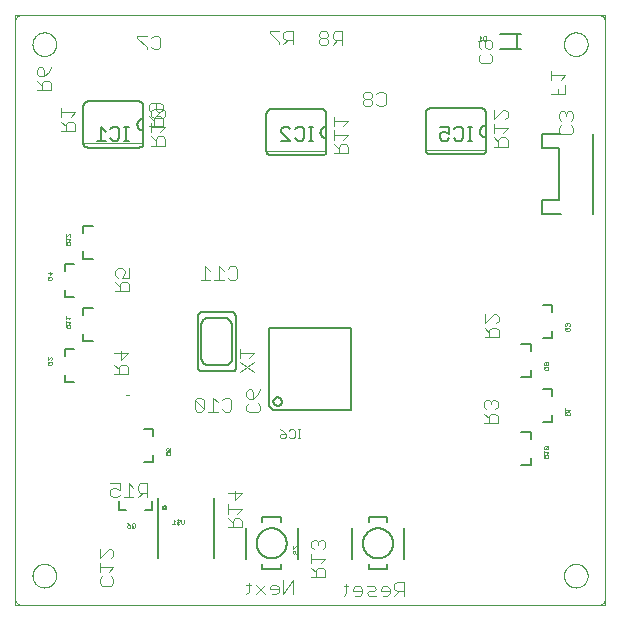
<source format=gbo>
G75*
%MOIN*%
%OFA0B0*%
%FSLAX25Y25*%
%IPPOS*%
%LPD*%
%AMOC8*
5,1,8,0,0,1.08239X$1,22.5*
%
%ADD10C,0.00000*%
%ADD11C,0.00400*%
%ADD12R,0.01330X0.00333*%
%ADD13C,0.00600*%
%ADD14C,0.00200*%
%ADD15C,0.00500*%
%ADD16C,0.00800*%
%ADD17C,0.00100*%
%ADD18C,0.00300*%
D10*
X0006500Y0007484D02*
X0006500Y0204335D01*
X0203350Y0204335D01*
X0203350Y0007484D01*
X0006500Y0007484D01*
X0009000Y0007484D02*
X0200850Y0007484D01*
X0200948Y0007486D01*
X0201046Y0007492D01*
X0201144Y0007501D01*
X0201241Y0007515D01*
X0201338Y0007532D01*
X0201434Y0007553D01*
X0201529Y0007578D01*
X0201623Y0007606D01*
X0201715Y0007639D01*
X0201807Y0007674D01*
X0201897Y0007714D01*
X0201985Y0007756D01*
X0202072Y0007803D01*
X0202156Y0007852D01*
X0202239Y0007905D01*
X0202319Y0007961D01*
X0202398Y0008021D01*
X0202474Y0008083D01*
X0202547Y0008148D01*
X0202618Y0008216D01*
X0202686Y0008287D01*
X0202751Y0008360D01*
X0202813Y0008436D01*
X0202873Y0008515D01*
X0202929Y0008595D01*
X0202982Y0008678D01*
X0203031Y0008762D01*
X0203078Y0008849D01*
X0203120Y0008937D01*
X0203160Y0009027D01*
X0203195Y0009119D01*
X0203228Y0009211D01*
X0203256Y0009305D01*
X0203281Y0009400D01*
X0203302Y0009496D01*
X0203319Y0009593D01*
X0203333Y0009690D01*
X0203342Y0009788D01*
X0203348Y0009886D01*
X0203350Y0009984D01*
X0203350Y0201835D01*
X0203348Y0201933D01*
X0203342Y0202031D01*
X0203333Y0202129D01*
X0203319Y0202226D01*
X0203302Y0202323D01*
X0203281Y0202419D01*
X0203256Y0202514D01*
X0203228Y0202608D01*
X0203195Y0202700D01*
X0203160Y0202792D01*
X0203120Y0202882D01*
X0203078Y0202970D01*
X0203031Y0203057D01*
X0202982Y0203141D01*
X0202929Y0203224D01*
X0202873Y0203304D01*
X0202813Y0203383D01*
X0202751Y0203459D01*
X0202686Y0203532D01*
X0202618Y0203603D01*
X0202547Y0203671D01*
X0202474Y0203736D01*
X0202398Y0203798D01*
X0202319Y0203858D01*
X0202239Y0203914D01*
X0202156Y0203967D01*
X0202072Y0204016D01*
X0201985Y0204063D01*
X0201897Y0204105D01*
X0201807Y0204145D01*
X0201715Y0204180D01*
X0201623Y0204213D01*
X0201529Y0204241D01*
X0201434Y0204266D01*
X0201338Y0204287D01*
X0201241Y0204304D01*
X0201144Y0204318D01*
X0201046Y0204327D01*
X0200948Y0204333D01*
X0200850Y0204335D01*
X0009000Y0204335D01*
X0008902Y0204333D01*
X0008804Y0204327D01*
X0008706Y0204318D01*
X0008609Y0204304D01*
X0008512Y0204287D01*
X0008416Y0204266D01*
X0008321Y0204241D01*
X0008227Y0204213D01*
X0008135Y0204180D01*
X0008043Y0204145D01*
X0007953Y0204105D01*
X0007865Y0204063D01*
X0007778Y0204016D01*
X0007694Y0203967D01*
X0007611Y0203914D01*
X0007531Y0203858D01*
X0007452Y0203798D01*
X0007376Y0203736D01*
X0007303Y0203671D01*
X0007232Y0203603D01*
X0007164Y0203532D01*
X0007099Y0203459D01*
X0007037Y0203383D01*
X0006977Y0203304D01*
X0006921Y0203224D01*
X0006868Y0203141D01*
X0006819Y0203057D01*
X0006772Y0202970D01*
X0006730Y0202882D01*
X0006690Y0202792D01*
X0006655Y0202700D01*
X0006622Y0202608D01*
X0006594Y0202514D01*
X0006569Y0202419D01*
X0006548Y0202323D01*
X0006531Y0202226D01*
X0006517Y0202129D01*
X0006508Y0202031D01*
X0006502Y0201933D01*
X0006500Y0201835D01*
X0006500Y0009984D01*
X0006502Y0009886D01*
X0006508Y0009788D01*
X0006517Y0009690D01*
X0006531Y0009593D01*
X0006548Y0009496D01*
X0006569Y0009400D01*
X0006594Y0009305D01*
X0006622Y0009211D01*
X0006655Y0009119D01*
X0006690Y0009027D01*
X0006730Y0008937D01*
X0006772Y0008849D01*
X0006819Y0008762D01*
X0006868Y0008678D01*
X0006921Y0008595D01*
X0006977Y0008515D01*
X0007037Y0008436D01*
X0007099Y0008360D01*
X0007164Y0008287D01*
X0007232Y0008216D01*
X0007303Y0008148D01*
X0007376Y0008083D01*
X0007452Y0008021D01*
X0007531Y0007961D01*
X0007611Y0007905D01*
X0007694Y0007852D01*
X0007778Y0007803D01*
X0007865Y0007756D01*
X0007953Y0007714D01*
X0008043Y0007674D01*
X0008135Y0007639D01*
X0008227Y0007606D01*
X0008321Y0007578D01*
X0008416Y0007553D01*
X0008512Y0007532D01*
X0008609Y0007515D01*
X0008706Y0007501D01*
X0008804Y0007492D01*
X0008902Y0007486D01*
X0009000Y0007484D01*
X0012406Y0017327D02*
X0012408Y0017452D01*
X0012414Y0017577D01*
X0012424Y0017701D01*
X0012438Y0017825D01*
X0012455Y0017949D01*
X0012477Y0018072D01*
X0012503Y0018194D01*
X0012532Y0018316D01*
X0012565Y0018436D01*
X0012603Y0018555D01*
X0012643Y0018674D01*
X0012688Y0018790D01*
X0012736Y0018905D01*
X0012788Y0019019D01*
X0012844Y0019131D01*
X0012903Y0019241D01*
X0012965Y0019349D01*
X0013031Y0019456D01*
X0013100Y0019560D01*
X0013173Y0019661D01*
X0013248Y0019761D01*
X0013327Y0019858D01*
X0013409Y0019952D01*
X0013494Y0020044D01*
X0013581Y0020133D01*
X0013672Y0020219D01*
X0013765Y0020302D01*
X0013861Y0020383D01*
X0013959Y0020460D01*
X0014059Y0020534D01*
X0014162Y0020605D01*
X0014267Y0020672D01*
X0014375Y0020737D01*
X0014484Y0020797D01*
X0014595Y0020855D01*
X0014708Y0020908D01*
X0014822Y0020958D01*
X0014938Y0021005D01*
X0015055Y0021047D01*
X0015174Y0021086D01*
X0015294Y0021122D01*
X0015415Y0021153D01*
X0015537Y0021181D01*
X0015659Y0021204D01*
X0015783Y0021224D01*
X0015907Y0021240D01*
X0016031Y0021252D01*
X0016156Y0021260D01*
X0016281Y0021264D01*
X0016405Y0021264D01*
X0016530Y0021260D01*
X0016655Y0021252D01*
X0016779Y0021240D01*
X0016903Y0021224D01*
X0017027Y0021204D01*
X0017149Y0021181D01*
X0017271Y0021153D01*
X0017392Y0021122D01*
X0017512Y0021086D01*
X0017631Y0021047D01*
X0017748Y0021005D01*
X0017864Y0020958D01*
X0017978Y0020908D01*
X0018091Y0020855D01*
X0018202Y0020797D01*
X0018312Y0020737D01*
X0018419Y0020672D01*
X0018524Y0020605D01*
X0018627Y0020534D01*
X0018727Y0020460D01*
X0018825Y0020383D01*
X0018921Y0020302D01*
X0019014Y0020219D01*
X0019105Y0020133D01*
X0019192Y0020044D01*
X0019277Y0019952D01*
X0019359Y0019858D01*
X0019438Y0019761D01*
X0019513Y0019661D01*
X0019586Y0019560D01*
X0019655Y0019456D01*
X0019721Y0019349D01*
X0019783Y0019241D01*
X0019842Y0019131D01*
X0019898Y0019019D01*
X0019950Y0018905D01*
X0019998Y0018790D01*
X0020043Y0018674D01*
X0020083Y0018555D01*
X0020121Y0018436D01*
X0020154Y0018316D01*
X0020183Y0018194D01*
X0020209Y0018072D01*
X0020231Y0017949D01*
X0020248Y0017825D01*
X0020262Y0017701D01*
X0020272Y0017577D01*
X0020278Y0017452D01*
X0020280Y0017327D01*
X0020278Y0017202D01*
X0020272Y0017077D01*
X0020262Y0016953D01*
X0020248Y0016829D01*
X0020231Y0016705D01*
X0020209Y0016582D01*
X0020183Y0016460D01*
X0020154Y0016338D01*
X0020121Y0016218D01*
X0020083Y0016099D01*
X0020043Y0015980D01*
X0019998Y0015864D01*
X0019950Y0015749D01*
X0019898Y0015635D01*
X0019842Y0015523D01*
X0019783Y0015413D01*
X0019721Y0015305D01*
X0019655Y0015198D01*
X0019586Y0015094D01*
X0019513Y0014993D01*
X0019438Y0014893D01*
X0019359Y0014796D01*
X0019277Y0014702D01*
X0019192Y0014610D01*
X0019105Y0014521D01*
X0019014Y0014435D01*
X0018921Y0014352D01*
X0018825Y0014271D01*
X0018727Y0014194D01*
X0018627Y0014120D01*
X0018524Y0014049D01*
X0018419Y0013982D01*
X0018311Y0013917D01*
X0018202Y0013857D01*
X0018091Y0013799D01*
X0017978Y0013746D01*
X0017864Y0013696D01*
X0017748Y0013649D01*
X0017631Y0013607D01*
X0017512Y0013568D01*
X0017392Y0013532D01*
X0017271Y0013501D01*
X0017149Y0013473D01*
X0017027Y0013450D01*
X0016903Y0013430D01*
X0016779Y0013414D01*
X0016655Y0013402D01*
X0016530Y0013394D01*
X0016405Y0013390D01*
X0016281Y0013390D01*
X0016156Y0013394D01*
X0016031Y0013402D01*
X0015907Y0013414D01*
X0015783Y0013430D01*
X0015659Y0013450D01*
X0015537Y0013473D01*
X0015415Y0013501D01*
X0015294Y0013532D01*
X0015174Y0013568D01*
X0015055Y0013607D01*
X0014938Y0013649D01*
X0014822Y0013696D01*
X0014708Y0013746D01*
X0014595Y0013799D01*
X0014484Y0013857D01*
X0014374Y0013917D01*
X0014267Y0013982D01*
X0014162Y0014049D01*
X0014059Y0014120D01*
X0013959Y0014194D01*
X0013861Y0014271D01*
X0013765Y0014352D01*
X0013672Y0014435D01*
X0013581Y0014521D01*
X0013494Y0014610D01*
X0013409Y0014702D01*
X0013327Y0014796D01*
X0013248Y0014893D01*
X0013173Y0014993D01*
X0013100Y0015094D01*
X0013031Y0015198D01*
X0012965Y0015305D01*
X0012903Y0015413D01*
X0012844Y0015523D01*
X0012788Y0015635D01*
X0012736Y0015749D01*
X0012688Y0015864D01*
X0012643Y0015980D01*
X0012603Y0016099D01*
X0012565Y0016218D01*
X0012532Y0016338D01*
X0012503Y0016460D01*
X0012477Y0016582D01*
X0012455Y0016705D01*
X0012438Y0016829D01*
X0012424Y0016953D01*
X0012414Y0017077D01*
X0012408Y0017202D01*
X0012406Y0017327D01*
X0189571Y0017327D02*
X0189573Y0017452D01*
X0189579Y0017577D01*
X0189589Y0017701D01*
X0189603Y0017825D01*
X0189620Y0017949D01*
X0189642Y0018072D01*
X0189668Y0018194D01*
X0189697Y0018316D01*
X0189730Y0018436D01*
X0189768Y0018555D01*
X0189808Y0018674D01*
X0189853Y0018790D01*
X0189901Y0018905D01*
X0189953Y0019019D01*
X0190009Y0019131D01*
X0190068Y0019241D01*
X0190130Y0019349D01*
X0190196Y0019456D01*
X0190265Y0019560D01*
X0190338Y0019661D01*
X0190413Y0019761D01*
X0190492Y0019858D01*
X0190574Y0019952D01*
X0190659Y0020044D01*
X0190746Y0020133D01*
X0190837Y0020219D01*
X0190930Y0020302D01*
X0191026Y0020383D01*
X0191124Y0020460D01*
X0191224Y0020534D01*
X0191327Y0020605D01*
X0191432Y0020672D01*
X0191540Y0020737D01*
X0191649Y0020797D01*
X0191760Y0020855D01*
X0191873Y0020908D01*
X0191987Y0020958D01*
X0192103Y0021005D01*
X0192220Y0021047D01*
X0192339Y0021086D01*
X0192459Y0021122D01*
X0192580Y0021153D01*
X0192702Y0021181D01*
X0192824Y0021204D01*
X0192948Y0021224D01*
X0193072Y0021240D01*
X0193196Y0021252D01*
X0193321Y0021260D01*
X0193446Y0021264D01*
X0193570Y0021264D01*
X0193695Y0021260D01*
X0193820Y0021252D01*
X0193944Y0021240D01*
X0194068Y0021224D01*
X0194192Y0021204D01*
X0194314Y0021181D01*
X0194436Y0021153D01*
X0194557Y0021122D01*
X0194677Y0021086D01*
X0194796Y0021047D01*
X0194913Y0021005D01*
X0195029Y0020958D01*
X0195143Y0020908D01*
X0195256Y0020855D01*
X0195367Y0020797D01*
X0195477Y0020737D01*
X0195584Y0020672D01*
X0195689Y0020605D01*
X0195792Y0020534D01*
X0195892Y0020460D01*
X0195990Y0020383D01*
X0196086Y0020302D01*
X0196179Y0020219D01*
X0196270Y0020133D01*
X0196357Y0020044D01*
X0196442Y0019952D01*
X0196524Y0019858D01*
X0196603Y0019761D01*
X0196678Y0019661D01*
X0196751Y0019560D01*
X0196820Y0019456D01*
X0196886Y0019349D01*
X0196948Y0019241D01*
X0197007Y0019131D01*
X0197063Y0019019D01*
X0197115Y0018905D01*
X0197163Y0018790D01*
X0197208Y0018674D01*
X0197248Y0018555D01*
X0197286Y0018436D01*
X0197319Y0018316D01*
X0197348Y0018194D01*
X0197374Y0018072D01*
X0197396Y0017949D01*
X0197413Y0017825D01*
X0197427Y0017701D01*
X0197437Y0017577D01*
X0197443Y0017452D01*
X0197445Y0017327D01*
X0197443Y0017202D01*
X0197437Y0017077D01*
X0197427Y0016953D01*
X0197413Y0016829D01*
X0197396Y0016705D01*
X0197374Y0016582D01*
X0197348Y0016460D01*
X0197319Y0016338D01*
X0197286Y0016218D01*
X0197248Y0016099D01*
X0197208Y0015980D01*
X0197163Y0015864D01*
X0197115Y0015749D01*
X0197063Y0015635D01*
X0197007Y0015523D01*
X0196948Y0015413D01*
X0196886Y0015305D01*
X0196820Y0015198D01*
X0196751Y0015094D01*
X0196678Y0014993D01*
X0196603Y0014893D01*
X0196524Y0014796D01*
X0196442Y0014702D01*
X0196357Y0014610D01*
X0196270Y0014521D01*
X0196179Y0014435D01*
X0196086Y0014352D01*
X0195990Y0014271D01*
X0195892Y0014194D01*
X0195792Y0014120D01*
X0195689Y0014049D01*
X0195584Y0013982D01*
X0195476Y0013917D01*
X0195367Y0013857D01*
X0195256Y0013799D01*
X0195143Y0013746D01*
X0195029Y0013696D01*
X0194913Y0013649D01*
X0194796Y0013607D01*
X0194677Y0013568D01*
X0194557Y0013532D01*
X0194436Y0013501D01*
X0194314Y0013473D01*
X0194192Y0013450D01*
X0194068Y0013430D01*
X0193944Y0013414D01*
X0193820Y0013402D01*
X0193695Y0013394D01*
X0193570Y0013390D01*
X0193446Y0013390D01*
X0193321Y0013394D01*
X0193196Y0013402D01*
X0193072Y0013414D01*
X0192948Y0013430D01*
X0192824Y0013450D01*
X0192702Y0013473D01*
X0192580Y0013501D01*
X0192459Y0013532D01*
X0192339Y0013568D01*
X0192220Y0013607D01*
X0192103Y0013649D01*
X0191987Y0013696D01*
X0191873Y0013746D01*
X0191760Y0013799D01*
X0191649Y0013857D01*
X0191539Y0013917D01*
X0191432Y0013982D01*
X0191327Y0014049D01*
X0191224Y0014120D01*
X0191124Y0014194D01*
X0191026Y0014271D01*
X0190930Y0014352D01*
X0190837Y0014435D01*
X0190746Y0014521D01*
X0190659Y0014610D01*
X0190574Y0014702D01*
X0190492Y0014796D01*
X0190413Y0014893D01*
X0190338Y0014993D01*
X0190265Y0015094D01*
X0190196Y0015198D01*
X0190130Y0015305D01*
X0190068Y0015413D01*
X0190009Y0015523D01*
X0189953Y0015635D01*
X0189901Y0015749D01*
X0189853Y0015864D01*
X0189808Y0015980D01*
X0189768Y0016099D01*
X0189730Y0016218D01*
X0189697Y0016338D01*
X0189668Y0016460D01*
X0189642Y0016582D01*
X0189620Y0016705D01*
X0189603Y0016829D01*
X0189589Y0016953D01*
X0189579Y0017077D01*
X0189573Y0017202D01*
X0189571Y0017327D01*
X0189571Y0194492D02*
X0189573Y0194617D01*
X0189579Y0194742D01*
X0189589Y0194866D01*
X0189603Y0194990D01*
X0189620Y0195114D01*
X0189642Y0195237D01*
X0189668Y0195359D01*
X0189697Y0195481D01*
X0189730Y0195601D01*
X0189768Y0195720D01*
X0189808Y0195839D01*
X0189853Y0195955D01*
X0189901Y0196070D01*
X0189953Y0196184D01*
X0190009Y0196296D01*
X0190068Y0196406D01*
X0190130Y0196514D01*
X0190196Y0196621D01*
X0190265Y0196725D01*
X0190338Y0196826D01*
X0190413Y0196926D01*
X0190492Y0197023D01*
X0190574Y0197117D01*
X0190659Y0197209D01*
X0190746Y0197298D01*
X0190837Y0197384D01*
X0190930Y0197467D01*
X0191026Y0197548D01*
X0191124Y0197625D01*
X0191224Y0197699D01*
X0191327Y0197770D01*
X0191432Y0197837D01*
X0191540Y0197902D01*
X0191649Y0197962D01*
X0191760Y0198020D01*
X0191873Y0198073D01*
X0191987Y0198123D01*
X0192103Y0198170D01*
X0192220Y0198212D01*
X0192339Y0198251D01*
X0192459Y0198287D01*
X0192580Y0198318D01*
X0192702Y0198346D01*
X0192824Y0198369D01*
X0192948Y0198389D01*
X0193072Y0198405D01*
X0193196Y0198417D01*
X0193321Y0198425D01*
X0193446Y0198429D01*
X0193570Y0198429D01*
X0193695Y0198425D01*
X0193820Y0198417D01*
X0193944Y0198405D01*
X0194068Y0198389D01*
X0194192Y0198369D01*
X0194314Y0198346D01*
X0194436Y0198318D01*
X0194557Y0198287D01*
X0194677Y0198251D01*
X0194796Y0198212D01*
X0194913Y0198170D01*
X0195029Y0198123D01*
X0195143Y0198073D01*
X0195256Y0198020D01*
X0195367Y0197962D01*
X0195477Y0197902D01*
X0195584Y0197837D01*
X0195689Y0197770D01*
X0195792Y0197699D01*
X0195892Y0197625D01*
X0195990Y0197548D01*
X0196086Y0197467D01*
X0196179Y0197384D01*
X0196270Y0197298D01*
X0196357Y0197209D01*
X0196442Y0197117D01*
X0196524Y0197023D01*
X0196603Y0196926D01*
X0196678Y0196826D01*
X0196751Y0196725D01*
X0196820Y0196621D01*
X0196886Y0196514D01*
X0196948Y0196406D01*
X0197007Y0196296D01*
X0197063Y0196184D01*
X0197115Y0196070D01*
X0197163Y0195955D01*
X0197208Y0195839D01*
X0197248Y0195720D01*
X0197286Y0195601D01*
X0197319Y0195481D01*
X0197348Y0195359D01*
X0197374Y0195237D01*
X0197396Y0195114D01*
X0197413Y0194990D01*
X0197427Y0194866D01*
X0197437Y0194742D01*
X0197443Y0194617D01*
X0197445Y0194492D01*
X0197443Y0194367D01*
X0197437Y0194242D01*
X0197427Y0194118D01*
X0197413Y0193994D01*
X0197396Y0193870D01*
X0197374Y0193747D01*
X0197348Y0193625D01*
X0197319Y0193503D01*
X0197286Y0193383D01*
X0197248Y0193264D01*
X0197208Y0193145D01*
X0197163Y0193029D01*
X0197115Y0192914D01*
X0197063Y0192800D01*
X0197007Y0192688D01*
X0196948Y0192578D01*
X0196886Y0192470D01*
X0196820Y0192363D01*
X0196751Y0192259D01*
X0196678Y0192158D01*
X0196603Y0192058D01*
X0196524Y0191961D01*
X0196442Y0191867D01*
X0196357Y0191775D01*
X0196270Y0191686D01*
X0196179Y0191600D01*
X0196086Y0191517D01*
X0195990Y0191436D01*
X0195892Y0191359D01*
X0195792Y0191285D01*
X0195689Y0191214D01*
X0195584Y0191147D01*
X0195476Y0191082D01*
X0195367Y0191022D01*
X0195256Y0190964D01*
X0195143Y0190911D01*
X0195029Y0190861D01*
X0194913Y0190814D01*
X0194796Y0190772D01*
X0194677Y0190733D01*
X0194557Y0190697D01*
X0194436Y0190666D01*
X0194314Y0190638D01*
X0194192Y0190615D01*
X0194068Y0190595D01*
X0193944Y0190579D01*
X0193820Y0190567D01*
X0193695Y0190559D01*
X0193570Y0190555D01*
X0193446Y0190555D01*
X0193321Y0190559D01*
X0193196Y0190567D01*
X0193072Y0190579D01*
X0192948Y0190595D01*
X0192824Y0190615D01*
X0192702Y0190638D01*
X0192580Y0190666D01*
X0192459Y0190697D01*
X0192339Y0190733D01*
X0192220Y0190772D01*
X0192103Y0190814D01*
X0191987Y0190861D01*
X0191873Y0190911D01*
X0191760Y0190964D01*
X0191649Y0191022D01*
X0191539Y0191082D01*
X0191432Y0191147D01*
X0191327Y0191214D01*
X0191224Y0191285D01*
X0191124Y0191359D01*
X0191026Y0191436D01*
X0190930Y0191517D01*
X0190837Y0191600D01*
X0190746Y0191686D01*
X0190659Y0191775D01*
X0190574Y0191867D01*
X0190492Y0191961D01*
X0190413Y0192058D01*
X0190338Y0192158D01*
X0190265Y0192259D01*
X0190196Y0192363D01*
X0190130Y0192470D01*
X0190068Y0192578D01*
X0190009Y0192688D01*
X0189953Y0192800D01*
X0189901Y0192914D01*
X0189853Y0193029D01*
X0189808Y0193145D01*
X0189768Y0193264D01*
X0189730Y0193383D01*
X0189697Y0193503D01*
X0189668Y0193625D01*
X0189642Y0193747D01*
X0189620Y0193870D01*
X0189603Y0193994D01*
X0189589Y0194118D01*
X0189579Y0194242D01*
X0189573Y0194367D01*
X0189571Y0194492D01*
X0012406Y0194492D02*
X0012408Y0194617D01*
X0012414Y0194742D01*
X0012424Y0194866D01*
X0012438Y0194990D01*
X0012455Y0195114D01*
X0012477Y0195237D01*
X0012503Y0195359D01*
X0012532Y0195481D01*
X0012565Y0195601D01*
X0012603Y0195720D01*
X0012643Y0195839D01*
X0012688Y0195955D01*
X0012736Y0196070D01*
X0012788Y0196184D01*
X0012844Y0196296D01*
X0012903Y0196406D01*
X0012965Y0196514D01*
X0013031Y0196621D01*
X0013100Y0196725D01*
X0013173Y0196826D01*
X0013248Y0196926D01*
X0013327Y0197023D01*
X0013409Y0197117D01*
X0013494Y0197209D01*
X0013581Y0197298D01*
X0013672Y0197384D01*
X0013765Y0197467D01*
X0013861Y0197548D01*
X0013959Y0197625D01*
X0014059Y0197699D01*
X0014162Y0197770D01*
X0014267Y0197837D01*
X0014375Y0197902D01*
X0014484Y0197962D01*
X0014595Y0198020D01*
X0014708Y0198073D01*
X0014822Y0198123D01*
X0014938Y0198170D01*
X0015055Y0198212D01*
X0015174Y0198251D01*
X0015294Y0198287D01*
X0015415Y0198318D01*
X0015537Y0198346D01*
X0015659Y0198369D01*
X0015783Y0198389D01*
X0015907Y0198405D01*
X0016031Y0198417D01*
X0016156Y0198425D01*
X0016281Y0198429D01*
X0016405Y0198429D01*
X0016530Y0198425D01*
X0016655Y0198417D01*
X0016779Y0198405D01*
X0016903Y0198389D01*
X0017027Y0198369D01*
X0017149Y0198346D01*
X0017271Y0198318D01*
X0017392Y0198287D01*
X0017512Y0198251D01*
X0017631Y0198212D01*
X0017748Y0198170D01*
X0017864Y0198123D01*
X0017978Y0198073D01*
X0018091Y0198020D01*
X0018202Y0197962D01*
X0018312Y0197902D01*
X0018419Y0197837D01*
X0018524Y0197770D01*
X0018627Y0197699D01*
X0018727Y0197625D01*
X0018825Y0197548D01*
X0018921Y0197467D01*
X0019014Y0197384D01*
X0019105Y0197298D01*
X0019192Y0197209D01*
X0019277Y0197117D01*
X0019359Y0197023D01*
X0019438Y0196926D01*
X0019513Y0196826D01*
X0019586Y0196725D01*
X0019655Y0196621D01*
X0019721Y0196514D01*
X0019783Y0196406D01*
X0019842Y0196296D01*
X0019898Y0196184D01*
X0019950Y0196070D01*
X0019998Y0195955D01*
X0020043Y0195839D01*
X0020083Y0195720D01*
X0020121Y0195601D01*
X0020154Y0195481D01*
X0020183Y0195359D01*
X0020209Y0195237D01*
X0020231Y0195114D01*
X0020248Y0194990D01*
X0020262Y0194866D01*
X0020272Y0194742D01*
X0020278Y0194617D01*
X0020280Y0194492D01*
X0020278Y0194367D01*
X0020272Y0194242D01*
X0020262Y0194118D01*
X0020248Y0193994D01*
X0020231Y0193870D01*
X0020209Y0193747D01*
X0020183Y0193625D01*
X0020154Y0193503D01*
X0020121Y0193383D01*
X0020083Y0193264D01*
X0020043Y0193145D01*
X0019998Y0193029D01*
X0019950Y0192914D01*
X0019898Y0192800D01*
X0019842Y0192688D01*
X0019783Y0192578D01*
X0019721Y0192470D01*
X0019655Y0192363D01*
X0019586Y0192259D01*
X0019513Y0192158D01*
X0019438Y0192058D01*
X0019359Y0191961D01*
X0019277Y0191867D01*
X0019192Y0191775D01*
X0019105Y0191686D01*
X0019014Y0191600D01*
X0018921Y0191517D01*
X0018825Y0191436D01*
X0018727Y0191359D01*
X0018627Y0191285D01*
X0018524Y0191214D01*
X0018419Y0191147D01*
X0018311Y0191082D01*
X0018202Y0191022D01*
X0018091Y0190964D01*
X0017978Y0190911D01*
X0017864Y0190861D01*
X0017748Y0190814D01*
X0017631Y0190772D01*
X0017512Y0190733D01*
X0017392Y0190697D01*
X0017271Y0190666D01*
X0017149Y0190638D01*
X0017027Y0190615D01*
X0016903Y0190595D01*
X0016779Y0190579D01*
X0016655Y0190567D01*
X0016530Y0190559D01*
X0016405Y0190555D01*
X0016281Y0190555D01*
X0016156Y0190559D01*
X0016031Y0190567D01*
X0015907Y0190579D01*
X0015783Y0190595D01*
X0015659Y0190615D01*
X0015537Y0190638D01*
X0015415Y0190666D01*
X0015294Y0190697D01*
X0015174Y0190733D01*
X0015055Y0190772D01*
X0014938Y0190814D01*
X0014822Y0190861D01*
X0014708Y0190911D01*
X0014595Y0190964D01*
X0014484Y0191022D01*
X0014374Y0191082D01*
X0014267Y0191147D01*
X0014162Y0191214D01*
X0014059Y0191285D01*
X0013959Y0191359D01*
X0013861Y0191436D01*
X0013765Y0191517D01*
X0013672Y0191600D01*
X0013581Y0191686D01*
X0013494Y0191775D01*
X0013409Y0191867D01*
X0013327Y0191961D01*
X0013248Y0192058D01*
X0013173Y0192158D01*
X0013100Y0192259D01*
X0013031Y0192363D01*
X0012965Y0192470D01*
X0012903Y0192578D01*
X0012844Y0192688D01*
X0012788Y0192800D01*
X0012736Y0192914D01*
X0012688Y0193029D01*
X0012643Y0193145D01*
X0012603Y0193264D01*
X0012565Y0193383D01*
X0012532Y0193503D01*
X0012503Y0193625D01*
X0012477Y0193747D01*
X0012455Y0193870D01*
X0012438Y0193994D01*
X0012424Y0194118D01*
X0012414Y0194242D01*
X0012408Y0194367D01*
X0012406Y0194492D01*
D11*
X0014715Y0186815D02*
X0013948Y0186048D01*
X0013948Y0184513D01*
X0014715Y0183746D01*
X0016250Y0183746D01*
X0016250Y0186048D01*
X0015483Y0186815D01*
X0014715Y0186815D01*
X0016250Y0183746D02*
X0017785Y0185280D01*
X0018552Y0186815D01*
X0017785Y0182211D02*
X0016250Y0182211D01*
X0015483Y0181444D01*
X0015483Y0179142D01*
X0015483Y0180676D02*
X0013948Y0182211D01*
X0013948Y0179142D02*
X0018552Y0179142D01*
X0018552Y0181444D01*
X0017785Y0182211D01*
X0022011Y0173275D02*
X0022011Y0170205D01*
X0022011Y0168671D02*
X0023546Y0167136D01*
X0023546Y0167904D02*
X0023546Y0165602D01*
X0022011Y0165602D02*
X0026615Y0165602D01*
X0026615Y0167904D01*
X0025848Y0168671D01*
X0024313Y0168671D01*
X0023546Y0167904D01*
X0025080Y0170205D02*
X0026615Y0171740D01*
X0022011Y0171740D01*
X0051224Y0172705D02*
X0051224Y0174240D01*
X0051991Y0175007D01*
X0055060Y0175007D01*
X0055828Y0174240D01*
X0055828Y0172705D01*
X0055060Y0171938D01*
X0054293Y0171938D01*
X0053526Y0172705D01*
X0053526Y0175007D01*
X0052747Y0172957D02*
X0051980Y0172189D01*
X0051980Y0170655D01*
X0052747Y0169887D01*
X0055816Y0172957D01*
X0052747Y0172957D01*
X0051991Y0171938D02*
X0051224Y0172705D01*
X0051224Y0170403D02*
X0052758Y0168868D01*
X0052758Y0169636D02*
X0052758Y0167334D01*
X0051980Y0166818D02*
X0056583Y0166818D01*
X0055049Y0165283D01*
X0055816Y0163749D02*
X0054281Y0163749D01*
X0053514Y0162981D01*
X0053514Y0160680D01*
X0053514Y0162214D02*
X0051980Y0163749D01*
X0051980Y0165283D02*
X0051980Y0168353D01*
X0051224Y0167334D02*
X0055828Y0167334D01*
X0055828Y0169636D01*
X0055060Y0170403D01*
X0053526Y0170403D01*
X0052758Y0169636D01*
X0052747Y0169887D02*
X0055816Y0169887D01*
X0056583Y0170655D01*
X0056583Y0172189D01*
X0055816Y0172957D01*
X0055816Y0163749D02*
X0056583Y0162981D01*
X0056583Y0160680D01*
X0051980Y0160680D01*
X0052774Y0192771D02*
X0052006Y0193538D01*
X0052774Y0192771D02*
X0054308Y0192771D01*
X0055076Y0193538D01*
X0055076Y0196607D01*
X0054308Y0197375D01*
X0052774Y0197375D01*
X0052006Y0196607D01*
X0050472Y0197375D02*
X0047402Y0197375D01*
X0047402Y0196607D01*
X0050472Y0193538D01*
X0050472Y0192771D01*
X0091418Y0198249D02*
X0094487Y0195180D01*
X0094487Y0194413D01*
X0096022Y0194413D02*
X0097557Y0195947D01*
X0096789Y0195947D02*
X0099091Y0195947D01*
X0099091Y0194413D02*
X0099091Y0199017D01*
X0096789Y0199017D01*
X0096022Y0198249D01*
X0096022Y0196715D01*
X0096789Y0195947D01*
X0094487Y0199017D02*
X0091418Y0199017D01*
X0091418Y0198249D01*
X0107878Y0198060D02*
X0107878Y0197293D01*
X0108645Y0196526D01*
X0110180Y0196526D01*
X0110947Y0197293D01*
X0110947Y0198060D01*
X0110180Y0198828D01*
X0108645Y0198828D01*
X0107878Y0198060D01*
X0108645Y0196526D02*
X0107878Y0195758D01*
X0107878Y0194991D01*
X0108645Y0194224D01*
X0110180Y0194224D01*
X0110947Y0194991D01*
X0110947Y0195758D01*
X0110180Y0196526D01*
X0112482Y0196526D02*
X0113249Y0195758D01*
X0115551Y0195758D01*
X0115551Y0194224D02*
X0115551Y0198828D01*
X0113249Y0198828D01*
X0112482Y0198060D01*
X0112482Y0196526D01*
X0114017Y0195758D02*
X0112482Y0194224D01*
X0123212Y0178501D02*
X0122445Y0177733D01*
X0122445Y0176966D01*
X0123212Y0176199D01*
X0124747Y0176199D01*
X0125514Y0176966D01*
X0125514Y0177733D01*
X0124747Y0178501D01*
X0123212Y0178501D01*
X0123212Y0176199D02*
X0122445Y0175431D01*
X0122445Y0174664D01*
X0123212Y0173897D01*
X0124747Y0173897D01*
X0125514Y0174664D01*
X0125514Y0175431D01*
X0124747Y0176199D01*
X0127049Y0177733D02*
X0127816Y0178501D01*
X0129351Y0178501D01*
X0130118Y0177733D01*
X0130118Y0174664D01*
X0129351Y0173897D01*
X0127816Y0173897D01*
X0127049Y0174664D01*
X0117607Y0168824D02*
X0113003Y0168824D01*
X0113003Y0170358D02*
X0113003Y0167289D01*
X0113003Y0165754D02*
X0113003Y0162685D01*
X0113003Y0161150D02*
X0114538Y0159616D01*
X0114538Y0160383D02*
X0114538Y0158081D01*
X0113003Y0158081D02*
X0117607Y0158081D01*
X0117607Y0160383D01*
X0116840Y0161150D01*
X0115305Y0161150D01*
X0114538Y0160383D01*
X0116072Y0162685D02*
X0117607Y0164220D01*
X0113003Y0164220D01*
X0116072Y0167289D02*
X0117607Y0168824D01*
X0161078Y0189007D02*
X0161078Y0190541D01*
X0161845Y0191309D01*
X0161845Y0192843D02*
X0161078Y0193611D01*
X0161078Y0195145D01*
X0161845Y0195913D01*
X0164915Y0195913D01*
X0165682Y0195145D01*
X0165682Y0193611D01*
X0164915Y0192843D01*
X0164147Y0192843D01*
X0163380Y0193611D01*
X0163380Y0195913D01*
X0164915Y0191309D02*
X0165682Y0190541D01*
X0165682Y0189007D01*
X0164915Y0188239D01*
X0161845Y0188239D01*
X0161078Y0189007D01*
X0166153Y0172602D02*
X0166153Y0169533D01*
X0169222Y0172602D01*
X0169989Y0172602D01*
X0170757Y0171835D01*
X0170757Y0170300D01*
X0169989Y0169533D01*
X0170757Y0166464D02*
X0166153Y0166464D01*
X0166153Y0167998D02*
X0166153Y0164929D01*
X0166153Y0163394D02*
X0167687Y0161860D01*
X0167687Y0162627D02*
X0167687Y0160325D01*
X0166153Y0160325D02*
X0170757Y0160325D01*
X0170757Y0162627D01*
X0169989Y0163394D01*
X0168455Y0163394D01*
X0167687Y0162627D01*
X0169222Y0164929D02*
X0170757Y0166464D01*
X0187913Y0166719D02*
X0188680Y0167487D01*
X0187913Y0166719D02*
X0187913Y0165185D01*
X0188680Y0164417D01*
X0191749Y0164417D01*
X0192517Y0165185D01*
X0192517Y0166719D01*
X0191749Y0167487D01*
X0191749Y0169021D02*
X0192517Y0169789D01*
X0192517Y0171323D01*
X0191749Y0172091D01*
X0190982Y0172091D01*
X0190215Y0171323D01*
X0189447Y0172091D01*
X0188680Y0172091D01*
X0187913Y0171323D01*
X0187913Y0169789D01*
X0188680Y0169021D01*
X0190215Y0170556D02*
X0190215Y0171323D01*
X0189977Y0177932D02*
X0185373Y0177932D01*
X0187675Y0177932D02*
X0187675Y0179467D01*
X0189977Y0177932D02*
X0189977Y0181002D01*
X0188443Y0182536D02*
X0189977Y0184071D01*
X0185373Y0184071D01*
X0185373Y0185605D02*
X0185373Y0182536D01*
X0080700Y0119721D02*
X0080700Y0116652D01*
X0079933Y0115884D01*
X0078398Y0115884D01*
X0077631Y0116652D01*
X0076096Y0115884D02*
X0073027Y0115884D01*
X0074561Y0115884D02*
X0074561Y0120488D01*
X0076096Y0118954D01*
X0077631Y0119721D02*
X0078398Y0120488D01*
X0079933Y0120488D01*
X0080700Y0119721D01*
X0071492Y0118954D02*
X0069958Y0120488D01*
X0069958Y0115884D01*
X0071492Y0115884D02*
X0068423Y0115884D01*
X0044646Y0116702D02*
X0042344Y0116702D01*
X0043112Y0118236D01*
X0043112Y0119004D01*
X0042344Y0119771D01*
X0040810Y0119771D01*
X0040043Y0119004D01*
X0040043Y0117469D01*
X0040810Y0116702D01*
X0040043Y0115167D02*
X0041577Y0113632D01*
X0041577Y0114400D02*
X0041577Y0112098D01*
X0040043Y0112098D02*
X0044646Y0112098D01*
X0044646Y0114400D01*
X0043879Y0115167D01*
X0042344Y0115167D01*
X0041577Y0114400D01*
X0044646Y0116702D02*
X0044646Y0119771D01*
X0042030Y0092212D02*
X0042030Y0089143D01*
X0044331Y0091444D01*
X0039728Y0091444D01*
X0039728Y0087608D02*
X0041262Y0086073D01*
X0041262Y0086841D02*
X0041262Y0084539D01*
X0039728Y0084539D02*
X0044331Y0084539D01*
X0044331Y0086841D01*
X0043564Y0087608D01*
X0042030Y0087608D01*
X0041262Y0086841D01*
X0066435Y0075833D02*
X0066435Y0072764D01*
X0067202Y0071997D01*
X0068737Y0071997D01*
X0069504Y0072764D01*
X0066435Y0075833D01*
X0067202Y0076601D01*
X0068737Y0076601D01*
X0069504Y0075833D01*
X0069504Y0072764D01*
X0071039Y0071997D02*
X0074108Y0071997D01*
X0072573Y0071997D02*
X0072573Y0076601D01*
X0074108Y0075066D01*
X0075643Y0075833D02*
X0076410Y0076601D01*
X0077944Y0076601D01*
X0078712Y0075833D01*
X0078712Y0072764D01*
X0077944Y0071997D01*
X0076410Y0071997D01*
X0075643Y0072764D01*
X0083719Y0072496D02*
X0083719Y0074030D01*
X0084486Y0074798D01*
X0084486Y0076332D02*
X0083719Y0077100D01*
X0083719Y0078634D01*
X0084486Y0079402D01*
X0085254Y0079402D01*
X0086021Y0078634D01*
X0086021Y0076332D01*
X0084486Y0076332D01*
X0086021Y0076332D02*
X0087555Y0077867D01*
X0088323Y0079402D01*
X0087555Y0074798D02*
X0088323Y0074030D01*
X0088323Y0072496D01*
X0087555Y0071728D01*
X0084486Y0071728D01*
X0083719Y0072496D01*
X0081480Y0085348D02*
X0086084Y0088417D01*
X0084550Y0089952D02*
X0086084Y0091487D01*
X0081480Y0091487D01*
X0081480Y0093021D02*
X0081480Y0089952D01*
X0081480Y0088417D02*
X0086084Y0085348D01*
X0050667Y0048080D02*
X0048365Y0048080D01*
X0047598Y0047312D01*
X0047598Y0045778D01*
X0048365Y0045010D01*
X0050667Y0045010D01*
X0050667Y0043476D02*
X0050667Y0048080D01*
X0046063Y0046545D02*
X0044528Y0048080D01*
X0044528Y0043476D01*
X0042994Y0043476D02*
X0046063Y0043476D01*
X0047598Y0043476D02*
X0049132Y0045010D01*
X0041459Y0044243D02*
X0040692Y0043476D01*
X0039157Y0043476D01*
X0038390Y0044243D01*
X0038390Y0045778D01*
X0039157Y0046545D01*
X0039924Y0046545D01*
X0041459Y0045778D01*
X0041459Y0048080D01*
X0038390Y0048080D01*
X0038595Y0026302D02*
X0039362Y0025535D01*
X0039362Y0024000D01*
X0038595Y0023233D01*
X0038595Y0026302D02*
X0037828Y0026302D01*
X0034758Y0023233D01*
X0034758Y0026302D01*
X0034758Y0021698D02*
X0034758Y0018629D01*
X0034758Y0020163D02*
X0039362Y0020163D01*
X0037828Y0018629D01*
X0038595Y0017094D02*
X0039362Y0016327D01*
X0039362Y0014792D01*
X0038595Y0014025D01*
X0035526Y0014025D01*
X0034758Y0014792D01*
X0034758Y0016327D01*
X0035526Y0017094D01*
X0077553Y0033400D02*
X0082157Y0033400D01*
X0082157Y0035702D01*
X0081389Y0036469D01*
X0079855Y0036469D01*
X0079087Y0035702D01*
X0079087Y0033400D01*
X0079087Y0034935D02*
X0077553Y0036469D01*
X0077553Y0038004D02*
X0077553Y0041073D01*
X0077553Y0039539D02*
X0082157Y0039539D01*
X0080622Y0038004D01*
X0079855Y0042608D02*
X0079855Y0045677D01*
X0077553Y0044910D02*
X0082157Y0044910D01*
X0079855Y0042608D01*
X0105385Y0028416D02*
X0105385Y0026881D01*
X0106152Y0026114D01*
X0105385Y0024580D02*
X0105385Y0021510D01*
X0105385Y0019976D02*
X0106920Y0018441D01*
X0106920Y0019208D02*
X0106920Y0016906D01*
X0105385Y0016906D02*
X0109989Y0016906D01*
X0109989Y0019208D01*
X0109222Y0019976D01*
X0107687Y0019976D01*
X0106920Y0019208D01*
X0108454Y0021510D02*
X0109989Y0023045D01*
X0105385Y0023045D01*
X0109222Y0026114D02*
X0109989Y0026881D01*
X0109989Y0028416D01*
X0109222Y0029183D01*
X0108454Y0029183D01*
X0107687Y0028416D01*
X0106920Y0029183D01*
X0106152Y0029183D01*
X0105385Y0028416D01*
X0107687Y0028416D02*
X0107687Y0027649D01*
X0099087Y0015801D02*
X0096018Y0011197D01*
X0096018Y0015801D01*
X0093716Y0014266D02*
X0092182Y0014266D01*
X0091414Y0013499D01*
X0091414Y0012731D01*
X0094483Y0012731D01*
X0094483Y0011964D02*
X0094483Y0013499D01*
X0093716Y0014266D01*
X0094483Y0011964D02*
X0093716Y0011197D01*
X0092182Y0011197D01*
X0089880Y0011197D02*
X0086810Y0014266D01*
X0085276Y0014266D02*
X0083741Y0014266D01*
X0084508Y0015033D02*
X0084508Y0011964D01*
X0083741Y0011197D01*
X0086810Y0011197D02*
X0089880Y0014266D01*
X0099087Y0015801D02*
X0099087Y0011197D01*
X0116150Y0010709D02*
X0116917Y0011477D01*
X0116917Y0014546D01*
X0117684Y0013779D02*
X0116150Y0013779D01*
X0119219Y0013011D02*
X0119219Y0012244D01*
X0122288Y0012244D01*
X0122288Y0011477D02*
X0122288Y0013011D01*
X0121521Y0013779D01*
X0119986Y0013779D01*
X0119219Y0013011D01*
X0119986Y0010709D02*
X0121521Y0010709D01*
X0122288Y0011477D01*
X0123823Y0011477D02*
X0124590Y0012244D01*
X0126125Y0012244D01*
X0126892Y0013011D01*
X0126125Y0013779D01*
X0123823Y0013779D01*
X0123823Y0011477D02*
X0124590Y0010709D01*
X0126892Y0010709D01*
X0128427Y0012244D02*
X0131496Y0012244D01*
X0131496Y0011477D02*
X0131496Y0013011D01*
X0130729Y0013779D01*
X0129194Y0013779D01*
X0128427Y0013011D01*
X0128427Y0012244D01*
X0129194Y0010709D02*
X0130729Y0010709D01*
X0131496Y0011477D01*
X0133031Y0010709D02*
X0134565Y0012244D01*
X0133798Y0012244D02*
X0136100Y0012244D01*
X0136100Y0010709D02*
X0136100Y0015313D01*
X0133798Y0015313D01*
X0133031Y0014546D01*
X0133031Y0013011D01*
X0133798Y0012244D01*
X0162885Y0068276D02*
X0167489Y0068276D01*
X0167489Y0070578D01*
X0166722Y0071345D01*
X0165187Y0071345D01*
X0164420Y0070578D01*
X0164420Y0068276D01*
X0164420Y0069810D02*
X0162885Y0071345D01*
X0163652Y0072880D02*
X0162885Y0073647D01*
X0162885Y0075181D01*
X0163652Y0075949D01*
X0164420Y0075949D01*
X0165187Y0075181D01*
X0165187Y0074414D01*
X0165187Y0075181D02*
X0165954Y0075949D01*
X0166722Y0075949D01*
X0167489Y0075181D01*
X0167489Y0073647D01*
X0166722Y0072880D01*
X0167804Y0096819D02*
X0163200Y0096819D01*
X0164735Y0096819D02*
X0164735Y0099121D01*
X0165502Y0099888D01*
X0167037Y0099888D01*
X0167804Y0099121D01*
X0167804Y0096819D01*
X0164735Y0098354D02*
X0163200Y0099888D01*
X0163200Y0101423D02*
X0166269Y0104492D01*
X0167037Y0104492D01*
X0167804Y0103725D01*
X0167804Y0102190D01*
X0167037Y0101423D01*
X0163200Y0101423D02*
X0163200Y0104492D01*
D12*
X0044335Y0077151D03*
D13*
X0054287Y0043173D02*
X0054287Y0023076D01*
X0072886Y0023076D02*
X0072886Y0043173D01*
X0092524Y0072425D02*
X0091126Y0073823D01*
X0091126Y0100024D01*
X0118724Y0100024D01*
X0118724Y0072425D01*
X0092524Y0072425D01*
X0092711Y0075424D02*
X0092713Y0075499D01*
X0092719Y0075573D01*
X0092729Y0075647D01*
X0092742Y0075720D01*
X0092760Y0075793D01*
X0092781Y0075864D01*
X0092806Y0075935D01*
X0092835Y0076004D01*
X0092868Y0076071D01*
X0092904Y0076136D01*
X0092943Y0076200D01*
X0092985Y0076261D01*
X0093031Y0076320D01*
X0093080Y0076377D01*
X0093132Y0076430D01*
X0093186Y0076481D01*
X0093243Y0076530D01*
X0093303Y0076574D01*
X0093365Y0076616D01*
X0093429Y0076655D01*
X0093495Y0076690D01*
X0093562Y0076721D01*
X0093632Y0076749D01*
X0093702Y0076773D01*
X0093774Y0076794D01*
X0093847Y0076810D01*
X0093920Y0076823D01*
X0093995Y0076832D01*
X0094069Y0076837D01*
X0094144Y0076838D01*
X0094218Y0076835D01*
X0094293Y0076828D01*
X0094366Y0076817D01*
X0094440Y0076803D01*
X0094512Y0076784D01*
X0094583Y0076762D01*
X0094653Y0076736D01*
X0094722Y0076706D01*
X0094788Y0076673D01*
X0094853Y0076636D01*
X0094916Y0076596D01*
X0094977Y0076552D01*
X0095035Y0076506D01*
X0095091Y0076456D01*
X0095144Y0076404D01*
X0095195Y0076349D01*
X0095242Y0076291D01*
X0095286Y0076231D01*
X0095327Y0076168D01*
X0095365Y0076104D01*
X0095399Y0076038D01*
X0095430Y0075969D01*
X0095457Y0075900D01*
X0095480Y0075829D01*
X0095499Y0075757D01*
X0095515Y0075684D01*
X0095527Y0075610D01*
X0095535Y0075536D01*
X0095539Y0075461D01*
X0095539Y0075387D01*
X0095535Y0075312D01*
X0095527Y0075238D01*
X0095515Y0075164D01*
X0095499Y0075091D01*
X0095480Y0075019D01*
X0095457Y0074948D01*
X0095430Y0074879D01*
X0095399Y0074810D01*
X0095365Y0074744D01*
X0095327Y0074680D01*
X0095286Y0074617D01*
X0095242Y0074557D01*
X0095195Y0074499D01*
X0095144Y0074444D01*
X0095091Y0074392D01*
X0095035Y0074342D01*
X0094977Y0074296D01*
X0094916Y0074252D01*
X0094853Y0074212D01*
X0094788Y0074175D01*
X0094722Y0074142D01*
X0094653Y0074112D01*
X0094583Y0074086D01*
X0094512Y0074064D01*
X0094440Y0074045D01*
X0094366Y0074031D01*
X0094293Y0074020D01*
X0094218Y0074013D01*
X0094144Y0074010D01*
X0094069Y0074011D01*
X0093995Y0074016D01*
X0093920Y0074025D01*
X0093847Y0074038D01*
X0093774Y0074054D01*
X0093702Y0074075D01*
X0093632Y0074099D01*
X0093562Y0074127D01*
X0093495Y0074158D01*
X0093429Y0074193D01*
X0093365Y0074232D01*
X0093303Y0074274D01*
X0093243Y0074318D01*
X0093186Y0074367D01*
X0093132Y0074418D01*
X0093080Y0074471D01*
X0093031Y0074528D01*
X0092985Y0074587D01*
X0092943Y0074648D01*
X0092904Y0074712D01*
X0092868Y0074777D01*
X0092835Y0074844D01*
X0092806Y0074913D01*
X0092781Y0074984D01*
X0092760Y0075055D01*
X0092742Y0075128D01*
X0092729Y0075201D01*
X0092719Y0075275D01*
X0092713Y0075349D01*
X0092711Y0075424D01*
X0091898Y0157461D02*
X0108898Y0157461D01*
X0108974Y0157463D01*
X0109050Y0157469D01*
X0109125Y0157478D01*
X0109200Y0157492D01*
X0109274Y0157509D01*
X0109347Y0157530D01*
X0109419Y0157554D01*
X0109490Y0157583D01*
X0109559Y0157614D01*
X0109626Y0157649D01*
X0109691Y0157688D01*
X0109755Y0157730D01*
X0109816Y0157775D01*
X0109875Y0157823D01*
X0109931Y0157874D01*
X0109985Y0157928D01*
X0110036Y0157984D01*
X0110084Y0158043D01*
X0110129Y0158104D01*
X0110171Y0158168D01*
X0110210Y0158233D01*
X0110245Y0158300D01*
X0110276Y0158369D01*
X0110305Y0158440D01*
X0110329Y0158512D01*
X0110350Y0158585D01*
X0110367Y0158659D01*
X0110381Y0158734D01*
X0110390Y0158809D01*
X0110396Y0158885D01*
X0110398Y0158961D01*
X0110398Y0171361D01*
X0110396Y0171437D01*
X0110390Y0171513D01*
X0110381Y0171588D01*
X0110367Y0171663D01*
X0110350Y0171737D01*
X0110329Y0171810D01*
X0110305Y0171882D01*
X0110276Y0171953D01*
X0110245Y0172022D01*
X0110210Y0172089D01*
X0110171Y0172154D01*
X0110129Y0172218D01*
X0110084Y0172279D01*
X0110036Y0172338D01*
X0109985Y0172394D01*
X0109931Y0172448D01*
X0109875Y0172499D01*
X0109816Y0172547D01*
X0109755Y0172592D01*
X0109691Y0172634D01*
X0109626Y0172673D01*
X0109559Y0172708D01*
X0109490Y0172739D01*
X0109419Y0172768D01*
X0109347Y0172792D01*
X0109274Y0172813D01*
X0109200Y0172830D01*
X0109125Y0172844D01*
X0109050Y0172853D01*
X0108974Y0172859D01*
X0108898Y0172861D01*
X0091898Y0172861D01*
X0091822Y0172859D01*
X0091746Y0172853D01*
X0091671Y0172844D01*
X0091596Y0172830D01*
X0091522Y0172813D01*
X0091449Y0172792D01*
X0091377Y0172768D01*
X0091306Y0172739D01*
X0091237Y0172708D01*
X0091170Y0172673D01*
X0091105Y0172634D01*
X0091041Y0172592D01*
X0090980Y0172547D01*
X0090921Y0172499D01*
X0090865Y0172448D01*
X0090811Y0172394D01*
X0090760Y0172338D01*
X0090712Y0172279D01*
X0090667Y0172218D01*
X0090625Y0172154D01*
X0090586Y0172089D01*
X0090551Y0172022D01*
X0090520Y0171953D01*
X0090491Y0171882D01*
X0090467Y0171810D01*
X0090446Y0171737D01*
X0090429Y0171663D01*
X0090415Y0171588D01*
X0090406Y0171513D01*
X0090400Y0171437D01*
X0090398Y0171361D01*
X0090398Y0158961D01*
X0090400Y0158885D01*
X0090406Y0158809D01*
X0090415Y0158734D01*
X0090429Y0158659D01*
X0090446Y0158585D01*
X0090467Y0158512D01*
X0090491Y0158440D01*
X0090520Y0158369D01*
X0090551Y0158300D01*
X0090586Y0158233D01*
X0090625Y0158168D01*
X0090667Y0158104D01*
X0090712Y0158043D01*
X0090760Y0157984D01*
X0090811Y0157928D01*
X0090865Y0157874D01*
X0090921Y0157823D01*
X0090980Y0157775D01*
X0091041Y0157730D01*
X0091105Y0157688D01*
X0091170Y0157649D01*
X0091237Y0157614D01*
X0091306Y0157583D01*
X0091377Y0157554D01*
X0091449Y0157530D01*
X0091522Y0157509D01*
X0091596Y0157492D01*
X0091671Y0157478D01*
X0091746Y0157469D01*
X0091822Y0157463D01*
X0091898Y0157461D01*
X0110398Y0163161D02*
X0110310Y0163163D01*
X0110221Y0163169D01*
X0110133Y0163179D01*
X0110046Y0163192D01*
X0109959Y0163210D01*
X0109873Y0163231D01*
X0109788Y0163256D01*
X0109705Y0163285D01*
X0109622Y0163318D01*
X0109542Y0163354D01*
X0109463Y0163393D01*
X0109385Y0163436D01*
X0109310Y0163483D01*
X0109237Y0163533D01*
X0109166Y0163586D01*
X0109097Y0163642D01*
X0109031Y0163701D01*
X0108968Y0163763D01*
X0108908Y0163827D01*
X0108850Y0163894D01*
X0108796Y0163964D01*
X0108744Y0164036D01*
X0108696Y0164110D01*
X0108651Y0164187D01*
X0108610Y0164265D01*
X0108572Y0164345D01*
X0108538Y0164426D01*
X0108507Y0164509D01*
X0108480Y0164594D01*
X0108457Y0164679D01*
X0108438Y0164765D01*
X0108422Y0164853D01*
X0108410Y0164940D01*
X0108402Y0165028D01*
X0108398Y0165117D01*
X0108398Y0165205D01*
X0108402Y0165294D01*
X0108410Y0165382D01*
X0108422Y0165469D01*
X0108438Y0165557D01*
X0108457Y0165643D01*
X0108480Y0165728D01*
X0108507Y0165813D01*
X0108538Y0165896D01*
X0108572Y0165977D01*
X0108610Y0166057D01*
X0108651Y0166135D01*
X0108696Y0166212D01*
X0108744Y0166286D01*
X0108796Y0166358D01*
X0108850Y0166428D01*
X0108908Y0166495D01*
X0108968Y0166559D01*
X0109031Y0166621D01*
X0109097Y0166680D01*
X0109166Y0166736D01*
X0109237Y0166789D01*
X0109310Y0166839D01*
X0109385Y0166886D01*
X0109463Y0166929D01*
X0109542Y0166968D01*
X0109622Y0167004D01*
X0109705Y0167037D01*
X0109788Y0167066D01*
X0109873Y0167091D01*
X0109959Y0167112D01*
X0110046Y0167130D01*
X0110133Y0167143D01*
X0110221Y0167153D01*
X0110310Y0167159D01*
X0110398Y0167161D01*
X0143547Y0171637D02*
X0143547Y0159237D01*
X0143549Y0159161D01*
X0143555Y0159085D01*
X0143564Y0159010D01*
X0143578Y0158935D01*
X0143595Y0158861D01*
X0143616Y0158788D01*
X0143640Y0158716D01*
X0143669Y0158645D01*
X0143700Y0158576D01*
X0143735Y0158509D01*
X0143774Y0158444D01*
X0143816Y0158380D01*
X0143861Y0158319D01*
X0143909Y0158260D01*
X0143960Y0158204D01*
X0144014Y0158150D01*
X0144070Y0158099D01*
X0144129Y0158051D01*
X0144190Y0158006D01*
X0144254Y0157964D01*
X0144319Y0157925D01*
X0144386Y0157890D01*
X0144455Y0157859D01*
X0144526Y0157830D01*
X0144598Y0157806D01*
X0144671Y0157785D01*
X0144745Y0157768D01*
X0144820Y0157754D01*
X0144895Y0157745D01*
X0144971Y0157739D01*
X0145047Y0157737D01*
X0162047Y0157737D01*
X0162123Y0157739D01*
X0162199Y0157745D01*
X0162274Y0157754D01*
X0162349Y0157768D01*
X0162423Y0157785D01*
X0162496Y0157806D01*
X0162568Y0157830D01*
X0162639Y0157859D01*
X0162708Y0157890D01*
X0162775Y0157925D01*
X0162840Y0157964D01*
X0162904Y0158006D01*
X0162965Y0158051D01*
X0163024Y0158099D01*
X0163080Y0158150D01*
X0163134Y0158204D01*
X0163185Y0158260D01*
X0163233Y0158319D01*
X0163278Y0158380D01*
X0163320Y0158444D01*
X0163359Y0158509D01*
X0163394Y0158576D01*
X0163425Y0158645D01*
X0163454Y0158716D01*
X0163478Y0158788D01*
X0163499Y0158861D01*
X0163516Y0158935D01*
X0163530Y0159010D01*
X0163539Y0159085D01*
X0163545Y0159161D01*
X0163547Y0159237D01*
X0163547Y0171637D01*
X0163545Y0171713D01*
X0163539Y0171789D01*
X0163530Y0171864D01*
X0163516Y0171939D01*
X0163499Y0172013D01*
X0163478Y0172086D01*
X0163454Y0172158D01*
X0163425Y0172229D01*
X0163394Y0172298D01*
X0163359Y0172365D01*
X0163320Y0172430D01*
X0163278Y0172494D01*
X0163233Y0172555D01*
X0163185Y0172614D01*
X0163134Y0172670D01*
X0163080Y0172724D01*
X0163024Y0172775D01*
X0162965Y0172823D01*
X0162904Y0172868D01*
X0162840Y0172910D01*
X0162775Y0172949D01*
X0162708Y0172984D01*
X0162639Y0173015D01*
X0162568Y0173044D01*
X0162496Y0173068D01*
X0162423Y0173089D01*
X0162349Y0173106D01*
X0162274Y0173120D01*
X0162199Y0173129D01*
X0162123Y0173135D01*
X0162047Y0173137D01*
X0145047Y0173137D01*
X0144971Y0173135D01*
X0144895Y0173129D01*
X0144820Y0173120D01*
X0144745Y0173106D01*
X0144671Y0173089D01*
X0144598Y0173068D01*
X0144526Y0173044D01*
X0144455Y0173015D01*
X0144386Y0172984D01*
X0144319Y0172949D01*
X0144254Y0172910D01*
X0144190Y0172868D01*
X0144129Y0172823D01*
X0144070Y0172775D01*
X0144014Y0172724D01*
X0143960Y0172670D01*
X0143909Y0172614D01*
X0143861Y0172555D01*
X0143816Y0172494D01*
X0143774Y0172430D01*
X0143735Y0172365D01*
X0143700Y0172298D01*
X0143669Y0172229D01*
X0143640Y0172158D01*
X0143616Y0172086D01*
X0143595Y0172013D01*
X0143578Y0171939D01*
X0143564Y0171864D01*
X0143555Y0171789D01*
X0143549Y0171713D01*
X0143547Y0171637D01*
X0163547Y0167437D02*
X0163459Y0167435D01*
X0163370Y0167429D01*
X0163282Y0167419D01*
X0163195Y0167406D01*
X0163108Y0167388D01*
X0163022Y0167367D01*
X0162937Y0167342D01*
X0162854Y0167313D01*
X0162771Y0167280D01*
X0162691Y0167244D01*
X0162612Y0167205D01*
X0162534Y0167162D01*
X0162459Y0167115D01*
X0162386Y0167065D01*
X0162315Y0167012D01*
X0162246Y0166956D01*
X0162180Y0166897D01*
X0162117Y0166835D01*
X0162057Y0166771D01*
X0161999Y0166704D01*
X0161945Y0166634D01*
X0161893Y0166562D01*
X0161845Y0166488D01*
X0161800Y0166411D01*
X0161759Y0166333D01*
X0161721Y0166253D01*
X0161687Y0166172D01*
X0161656Y0166089D01*
X0161629Y0166004D01*
X0161606Y0165919D01*
X0161587Y0165833D01*
X0161571Y0165745D01*
X0161559Y0165658D01*
X0161551Y0165570D01*
X0161547Y0165481D01*
X0161547Y0165393D01*
X0161551Y0165304D01*
X0161559Y0165216D01*
X0161571Y0165129D01*
X0161587Y0165041D01*
X0161606Y0164955D01*
X0161629Y0164870D01*
X0161656Y0164785D01*
X0161687Y0164702D01*
X0161721Y0164621D01*
X0161759Y0164541D01*
X0161800Y0164463D01*
X0161845Y0164386D01*
X0161893Y0164312D01*
X0161945Y0164240D01*
X0161999Y0164170D01*
X0162057Y0164103D01*
X0162117Y0164039D01*
X0162180Y0163977D01*
X0162246Y0163918D01*
X0162315Y0163862D01*
X0162386Y0163809D01*
X0162459Y0163759D01*
X0162534Y0163712D01*
X0162612Y0163669D01*
X0162691Y0163630D01*
X0162771Y0163594D01*
X0162854Y0163561D01*
X0162937Y0163532D01*
X0163022Y0163507D01*
X0163108Y0163486D01*
X0163195Y0163468D01*
X0163282Y0163455D01*
X0163370Y0163445D01*
X0163459Y0163439D01*
X0163547Y0163437D01*
X0049374Y0161560D02*
X0049374Y0173960D01*
X0049372Y0174036D01*
X0049366Y0174112D01*
X0049357Y0174187D01*
X0049343Y0174262D01*
X0049326Y0174336D01*
X0049305Y0174409D01*
X0049281Y0174481D01*
X0049252Y0174552D01*
X0049221Y0174621D01*
X0049186Y0174688D01*
X0049147Y0174753D01*
X0049105Y0174817D01*
X0049060Y0174878D01*
X0049012Y0174937D01*
X0048961Y0174993D01*
X0048907Y0175047D01*
X0048851Y0175098D01*
X0048792Y0175146D01*
X0048731Y0175191D01*
X0048667Y0175233D01*
X0048602Y0175272D01*
X0048535Y0175307D01*
X0048466Y0175338D01*
X0048395Y0175367D01*
X0048323Y0175391D01*
X0048250Y0175412D01*
X0048176Y0175429D01*
X0048101Y0175443D01*
X0048026Y0175452D01*
X0047950Y0175458D01*
X0047874Y0175460D01*
X0030874Y0175460D01*
X0030798Y0175458D01*
X0030722Y0175452D01*
X0030647Y0175443D01*
X0030572Y0175429D01*
X0030498Y0175412D01*
X0030425Y0175391D01*
X0030353Y0175367D01*
X0030282Y0175338D01*
X0030213Y0175307D01*
X0030146Y0175272D01*
X0030081Y0175233D01*
X0030017Y0175191D01*
X0029956Y0175146D01*
X0029897Y0175098D01*
X0029841Y0175047D01*
X0029787Y0174993D01*
X0029736Y0174937D01*
X0029688Y0174878D01*
X0029643Y0174817D01*
X0029601Y0174753D01*
X0029562Y0174688D01*
X0029527Y0174621D01*
X0029496Y0174552D01*
X0029467Y0174481D01*
X0029443Y0174409D01*
X0029422Y0174336D01*
X0029405Y0174262D01*
X0029391Y0174187D01*
X0029382Y0174112D01*
X0029376Y0174036D01*
X0029374Y0173960D01*
X0029374Y0161560D01*
X0029376Y0161484D01*
X0029382Y0161408D01*
X0029391Y0161333D01*
X0029405Y0161258D01*
X0029422Y0161184D01*
X0029443Y0161111D01*
X0029467Y0161039D01*
X0029496Y0160968D01*
X0029527Y0160899D01*
X0029562Y0160832D01*
X0029601Y0160767D01*
X0029643Y0160703D01*
X0029688Y0160642D01*
X0029736Y0160583D01*
X0029787Y0160527D01*
X0029841Y0160473D01*
X0029897Y0160422D01*
X0029956Y0160374D01*
X0030017Y0160329D01*
X0030081Y0160287D01*
X0030146Y0160248D01*
X0030213Y0160213D01*
X0030282Y0160182D01*
X0030353Y0160153D01*
X0030425Y0160129D01*
X0030498Y0160108D01*
X0030572Y0160091D01*
X0030647Y0160077D01*
X0030722Y0160068D01*
X0030798Y0160062D01*
X0030874Y0160060D01*
X0047874Y0160060D01*
X0047950Y0160062D01*
X0048026Y0160068D01*
X0048101Y0160077D01*
X0048176Y0160091D01*
X0048250Y0160108D01*
X0048323Y0160129D01*
X0048395Y0160153D01*
X0048466Y0160182D01*
X0048535Y0160213D01*
X0048602Y0160248D01*
X0048667Y0160287D01*
X0048731Y0160329D01*
X0048792Y0160374D01*
X0048851Y0160422D01*
X0048907Y0160473D01*
X0048961Y0160527D01*
X0049012Y0160583D01*
X0049060Y0160642D01*
X0049105Y0160703D01*
X0049147Y0160767D01*
X0049186Y0160832D01*
X0049221Y0160899D01*
X0049252Y0160968D01*
X0049281Y0161039D01*
X0049305Y0161111D01*
X0049326Y0161184D01*
X0049343Y0161258D01*
X0049357Y0161333D01*
X0049366Y0161408D01*
X0049372Y0161484D01*
X0049374Y0161560D01*
X0049374Y0165760D02*
X0049286Y0165762D01*
X0049197Y0165768D01*
X0049109Y0165778D01*
X0049022Y0165791D01*
X0048935Y0165809D01*
X0048849Y0165830D01*
X0048764Y0165855D01*
X0048681Y0165884D01*
X0048598Y0165917D01*
X0048518Y0165953D01*
X0048439Y0165992D01*
X0048361Y0166035D01*
X0048286Y0166082D01*
X0048213Y0166132D01*
X0048142Y0166185D01*
X0048073Y0166241D01*
X0048007Y0166300D01*
X0047944Y0166362D01*
X0047884Y0166426D01*
X0047826Y0166493D01*
X0047772Y0166563D01*
X0047720Y0166635D01*
X0047672Y0166709D01*
X0047627Y0166786D01*
X0047586Y0166864D01*
X0047548Y0166944D01*
X0047514Y0167025D01*
X0047483Y0167108D01*
X0047456Y0167193D01*
X0047433Y0167278D01*
X0047414Y0167364D01*
X0047398Y0167452D01*
X0047386Y0167539D01*
X0047378Y0167627D01*
X0047374Y0167716D01*
X0047374Y0167804D01*
X0047378Y0167893D01*
X0047386Y0167981D01*
X0047398Y0168068D01*
X0047414Y0168156D01*
X0047433Y0168242D01*
X0047456Y0168327D01*
X0047483Y0168412D01*
X0047514Y0168495D01*
X0047548Y0168576D01*
X0047586Y0168656D01*
X0047627Y0168734D01*
X0047672Y0168811D01*
X0047720Y0168885D01*
X0047772Y0168957D01*
X0047826Y0169027D01*
X0047884Y0169094D01*
X0047944Y0169158D01*
X0048007Y0169220D01*
X0048073Y0169279D01*
X0048142Y0169335D01*
X0048213Y0169388D01*
X0048286Y0169438D01*
X0048361Y0169485D01*
X0048439Y0169528D01*
X0048518Y0169567D01*
X0048598Y0169603D01*
X0048681Y0169636D01*
X0048764Y0169665D01*
X0048849Y0169690D01*
X0048935Y0169711D01*
X0049022Y0169729D01*
X0049109Y0169742D01*
X0049197Y0169752D01*
X0049286Y0169758D01*
X0049374Y0169760D01*
D14*
X0049374Y0161460D02*
X0029374Y0161460D01*
X0090398Y0158861D02*
X0110398Y0158861D01*
X0143547Y0159137D02*
X0163547Y0159137D01*
D15*
X0158947Y0162344D02*
X0157446Y0162344D01*
X0158196Y0162344D02*
X0158196Y0166848D01*
X0157446Y0166848D02*
X0158947Y0166848D01*
X0155878Y0166098D02*
X0155878Y0163095D01*
X0155127Y0162344D01*
X0153626Y0162344D01*
X0152875Y0163095D01*
X0151274Y0163095D02*
X0150523Y0162344D01*
X0149022Y0162344D01*
X0148271Y0163095D01*
X0148271Y0164596D01*
X0149022Y0165347D01*
X0149772Y0165347D01*
X0151274Y0164596D01*
X0151274Y0166848D01*
X0148271Y0166848D01*
X0152875Y0166098D02*
X0153626Y0166848D01*
X0155127Y0166848D01*
X0155878Y0166098D01*
X0106073Y0166848D02*
X0104572Y0166848D01*
X0105322Y0166848D02*
X0105322Y0162344D01*
X0104572Y0162344D02*
X0106073Y0162344D01*
X0103004Y0163095D02*
X0102253Y0162344D01*
X0100752Y0162344D01*
X0100001Y0163095D01*
X0098400Y0162344D02*
X0095397Y0162344D01*
X0098400Y0162344D02*
X0095397Y0165347D01*
X0095397Y0166098D01*
X0096148Y0166848D01*
X0097649Y0166848D01*
X0098400Y0166098D01*
X0100001Y0166098D02*
X0100752Y0166848D01*
X0102253Y0166848D01*
X0103004Y0166098D01*
X0103004Y0163095D01*
X0044419Y0162344D02*
X0042918Y0162344D01*
X0043669Y0162344D02*
X0043669Y0166848D01*
X0044419Y0166848D02*
X0042918Y0166848D01*
X0041350Y0166098D02*
X0041350Y0163095D01*
X0040599Y0162344D01*
X0039098Y0162344D01*
X0038347Y0163095D01*
X0036746Y0162344D02*
X0033744Y0162344D01*
X0035245Y0162344D02*
X0035245Y0166848D01*
X0036746Y0165347D01*
X0038347Y0166098D02*
X0039098Y0166848D01*
X0040599Y0166848D01*
X0041350Y0166098D01*
X0069008Y0105227D02*
X0078854Y0105227D01*
X0078924Y0105225D01*
X0078993Y0105219D01*
X0079063Y0105209D01*
X0079131Y0105196D01*
X0079199Y0105178D01*
X0079265Y0105157D01*
X0079330Y0105132D01*
X0079394Y0105104D01*
X0079456Y0105072D01*
X0079516Y0105036D01*
X0079574Y0104997D01*
X0079630Y0104955D01*
X0079684Y0104910D01*
X0079734Y0104862D01*
X0079782Y0104812D01*
X0079827Y0104758D01*
X0079869Y0104702D01*
X0079908Y0104644D01*
X0079944Y0104584D01*
X0079976Y0104522D01*
X0080004Y0104458D01*
X0080029Y0104393D01*
X0080050Y0104327D01*
X0080068Y0104259D01*
X0080081Y0104191D01*
X0080091Y0104121D01*
X0080097Y0104052D01*
X0080099Y0103982D01*
X0080099Y0086422D01*
X0080097Y0086364D01*
X0080091Y0086307D01*
X0080082Y0086250D01*
X0080069Y0086194D01*
X0080052Y0086139D01*
X0080032Y0086085D01*
X0080008Y0086033D01*
X0079981Y0085982D01*
X0079951Y0085933D01*
X0079917Y0085886D01*
X0079881Y0085842D01*
X0079841Y0085800D01*
X0079799Y0085760D01*
X0079755Y0085724D01*
X0079708Y0085690D01*
X0079659Y0085660D01*
X0079608Y0085633D01*
X0079556Y0085609D01*
X0079502Y0085589D01*
X0079447Y0085572D01*
X0079391Y0085559D01*
X0079334Y0085550D01*
X0079277Y0085544D01*
X0079219Y0085542D01*
X0069008Y0085542D01*
X0068937Y0085533D01*
X0068865Y0085528D01*
X0068793Y0085527D01*
X0068722Y0085530D01*
X0068650Y0085537D01*
X0068579Y0085547D01*
X0068509Y0085562D01*
X0068439Y0085580D01*
X0068371Y0085602D01*
X0068304Y0085628D01*
X0068239Y0085657D01*
X0068175Y0085690D01*
X0068113Y0085726D01*
X0068053Y0085765D01*
X0067995Y0085808D01*
X0067940Y0085854D01*
X0067887Y0085902D01*
X0067837Y0085954D01*
X0067790Y0086008D01*
X0067746Y0086064D01*
X0067704Y0086123D01*
X0067667Y0086184D01*
X0067632Y0086247D01*
X0067601Y0086312D01*
X0067574Y0086378D01*
X0067550Y0086446D01*
X0067530Y0086515D01*
X0067513Y0086584D01*
X0067501Y0086655D01*
X0067501Y0104113D01*
X0067501Y0104114D02*
X0067513Y0104185D01*
X0067530Y0104254D01*
X0067550Y0104323D01*
X0067574Y0104391D01*
X0067601Y0104457D01*
X0067632Y0104522D01*
X0067667Y0104585D01*
X0067704Y0104646D01*
X0067746Y0104705D01*
X0067790Y0104761D01*
X0067837Y0104815D01*
X0067887Y0104867D01*
X0067940Y0104915D01*
X0067995Y0104961D01*
X0068053Y0105004D01*
X0068113Y0105043D01*
X0068175Y0105079D01*
X0068239Y0105112D01*
X0068304Y0105141D01*
X0068371Y0105167D01*
X0068439Y0105189D01*
X0068509Y0105207D01*
X0068579Y0105222D01*
X0068650Y0105232D01*
X0068722Y0105239D01*
X0068793Y0105242D01*
X0068865Y0105241D01*
X0068937Y0105236D01*
X0069008Y0105227D01*
X0070650Y0103258D02*
X0076162Y0103258D01*
X0076162Y0103257D02*
X0076262Y0103263D01*
X0076363Y0103265D01*
X0076464Y0103263D01*
X0076565Y0103257D01*
X0076665Y0103247D01*
X0076765Y0103233D01*
X0076864Y0103215D01*
X0076962Y0103193D01*
X0077060Y0103167D01*
X0077156Y0103138D01*
X0077251Y0103105D01*
X0077345Y0103068D01*
X0077437Y0103027D01*
X0077528Y0102983D01*
X0077616Y0102935D01*
X0077703Y0102884D01*
X0077788Y0102830D01*
X0077871Y0102772D01*
X0077951Y0102711D01*
X0078029Y0102647D01*
X0078104Y0102580D01*
X0078176Y0102510D01*
X0078246Y0102437D01*
X0078313Y0102362D01*
X0078377Y0102284D01*
X0078437Y0102203D01*
X0078495Y0102121D01*
X0078549Y0102036D01*
X0078600Y0101949D01*
X0078647Y0101860D01*
X0078691Y0101769D01*
X0078731Y0101677D01*
X0078768Y0101583D01*
X0078801Y0101487D01*
X0078830Y0101391D01*
X0078855Y0101293D01*
X0078876Y0101195D01*
X0078894Y0101096D01*
X0078908Y0100996D01*
X0078917Y0100896D01*
X0078918Y0100896D02*
X0078918Y0089872D01*
X0078916Y0089777D01*
X0078910Y0089682D01*
X0078901Y0089587D01*
X0078887Y0089493D01*
X0078870Y0089400D01*
X0078849Y0089307D01*
X0078825Y0089215D01*
X0078796Y0089124D01*
X0078765Y0089034D01*
X0078729Y0088946D01*
X0078690Y0088859D01*
X0078647Y0088774D01*
X0078602Y0088691D01*
X0078552Y0088610D01*
X0078500Y0088530D01*
X0078444Y0088453D01*
X0078386Y0088378D01*
X0078324Y0088306D01*
X0078259Y0088236D01*
X0078192Y0088169D01*
X0078122Y0088104D01*
X0078050Y0088042D01*
X0077975Y0087984D01*
X0077898Y0087928D01*
X0077818Y0087876D01*
X0077737Y0087826D01*
X0077654Y0087781D01*
X0077569Y0087738D01*
X0077482Y0087699D01*
X0077394Y0087663D01*
X0077304Y0087632D01*
X0077213Y0087603D01*
X0077121Y0087579D01*
X0077028Y0087558D01*
X0076935Y0087541D01*
X0076841Y0087527D01*
X0076746Y0087518D01*
X0076651Y0087512D01*
X0076556Y0087510D01*
X0071044Y0087510D01*
X0070946Y0087519D01*
X0070849Y0087532D01*
X0070752Y0087549D01*
X0070656Y0087570D01*
X0070560Y0087594D01*
X0070466Y0087622D01*
X0070373Y0087653D01*
X0070281Y0087688D01*
X0070191Y0087727D01*
X0070102Y0087769D01*
X0070014Y0087814D01*
X0069929Y0087863D01*
X0069845Y0087915D01*
X0069764Y0087970D01*
X0069685Y0088028D01*
X0069607Y0088089D01*
X0069533Y0088153D01*
X0069461Y0088220D01*
X0069391Y0088289D01*
X0069324Y0088361D01*
X0069260Y0088436D01*
X0069199Y0088513D01*
X0069141Y0088592D01*
X0069086Y0088674D01*
X0069034Y0088758D01*
X0068986Y0088843D01*
X0068940Y0088930D01*
X0068898Y0089019D01*
X0068860Y0089110D01*
X0068825Y0089202D01*
X0068794Y0089295D01*
X0068766Y0089389D01*
X0068741Y0089484D01*
X0068721Y0089581D01*
X0068704Y0089678D01*
X0068691Y0089775D01*
X0068682Y0089873D01*
X0068676Y0089971D01*
X0068674Y0090069D01*
X0068676Y0090168D01*
X0068682Y0090266D01*
X0068682Y0100896D01*
X0068676Y0100988D01*
X0068673Y0101080D01*
X0068674Y0101173D01*
X0068680Y0101265D01*
X0068689Y0101357D01*
X0068702Y0101448D01*
X0068719Y0101539D01*
X0068740Y0101629D01*
X0068765Y0101718D01*
X0068793Y0101805D01*
X0068825Y0101892D01*
X0068861Y0101977D01*
X0068900Y0102061D01*
X0068943Y0102142D01*
X0068989Y0102222D01*
X0069039Y0102300D01*
X0069092Y0102376D01*
X0069148Y0102449D01*
X0069207Y0102520D01*
X0069269Y0102588D01*
X0069334Y0102654D01*
X0069401Y0102717D01*
X0069472Y0102777D01*
X0069544Y0102833D01*
X0069619Y0102887D01*
X0069697Y0102938D01*
X0069776Y0102985D01*
X0069857Y0103029D01*
X0069940Y0103069D01*
X0070025Y0103106D01*
X0070111Y0103139D01*
X0070198Y0103168D01*
X0070287Y0103194D01*
X0070377Y0103216D01*
X0070467Y0103234D01*
X0070558Y0103248D01*
X0070650Y0103258D01*
D16*
X0032484Y0106500D02*
X0029335Y0106500D01*
X0029335Y0104138D01*
X0029335Y0097839D02*
X0029335Y0095476D01*
X0032484Y0095476D01*
X0026382Y0092878D02*
X0023232Y0092878D01*
X0023232Y0090516D01*
X0023232Y0084217D02*
X0023232Y0081854D01*
X0026382Y0081854D01*
X0049413Y0066146D02*
X0052563Y0066146D01*
X0052563Y0063783D01*
X0052563Y0057484D02*
X0052563Y0055122D01*
X0049413Y0055122D01*
X0052366Y0042327D02*
X0052366Y0039177D01*
X0050004Y0039177D01*
X0043705Y0039177D02*
X0041343Y0039177D01*
X0041343Y0042327D01*
X0055922Y0039975D02*
X0055924Y0040022D01*
X0055930Y0040069D01*
X0055940Y0040116D01*
X0055953Y0040161D01*
X0055971Y0040205D01*
X0055992Y0040247D01*
X0056016Y0040288D01*
X0056044Y0040326D01*
X0056075Y0040362D01*
X0056109Y0040395D01*
X0056145Y0040425D01*
X0056184Y0040452D01*
X0056225Y0040476D01*
X0056268Y0040496D01*
X0056312Y0040512D01*
X0056358Y0040525D01*
X0056404Y0040534D01*
X0056452Y0040539D01*
X0056499Y0040540D01*
X0056546Y0040537D01*
X0056593Y0040530D01*
X0056639Y0040519D01*
X0056684Y0040505D01*
X0056728Y0040486D01*
X0056769Y0040464D01*
X0056809Y0040439D01*
X0056847Y0040410D01*
X0056882Y0040379D01*
X0056915Y0040344D01*
X0056944Y0040307D01*
X0056970Y0040268D01*
X0056993Y0040226D01*
X0057012Y0040183D01*
X0057028Y0040138D01*
X0057040Y0040092D01*
X0057048Y0040046D01*
X0057052Y0039999D01*
X0057052Y0039951D01*
X0057048Y0039904D01*
X0057040Y0039858D01*
X0057028Y0039812D01*
X0057012Y0039767D01*
X0056993Y0039724D01*
X0056970Y0039682D01*
X0056944Y0039643D01*
X0056915Y0039606D01*
X0056882Y0039571D01*
X0056847Y0039540D01*
X0056809Y0039511D01*
X0056770Y0039486D01*
X0056728Y0039464D01*
X0056684Y0039445D01*
X0056639Y0039431D01*
X0056593Y0039420D01*
X0056546Y0039413D01*
X0056499Y0039410D01*
X0056452Y0039411D01*
X0056404Y0039416D01*
X0056358Y0039425D01*
X0056312Y0039438D01*
X0056268Y0039454D01*
X0056225Y0039474D01*
X0056184Y0039498D01*
X0056145Y0039525D01*
X0056109Y0039555D01*
X0056075Y0039588D01*
X0056044Y0039624D01*
X0056016Y0039662D01*
X0055992Y0039703D01*
X0055971Y0039745D01*
X0055953Y0039789D01*
X0055940Y0039834D01*
X0055930Y0039881D01*
X0055924Y0039928D01*
X0055922Y0039975D01*
X0083469Y0033272D02*
X0083469Y0023035D01*
X0088980Y0021067D02*
X0088980Y0019492D01*
X0095280Y0019492D01*
X0095280Y0021067D01*
X0100791Y0023035D02*
X0100791Y0033272D01*
X0095280Y0035240D02*
X0095280Y0036815D01*
X0088980Y0036815D01*
X0088980Y0035240D01*
X0087130Y0028154D02*
X0087132Y0028295D01*
X0087138Y0028436D01*
X0087148Y0028576D01*
X0087162Y0028716D01*
X0087180Y0028856D01*
X0087201Y0028995D01*
X0087227Y0029134D01*
X0087256Y0029272D01*
X0087290Y0029408D01*
X0087327Y0029544D01*
X0087368Y0029679D01*
X0087413Y0029813D01*
X0087462Y0029945D01*
X0087514Y0030076D01*
X0087570Y0030205D01*
X0087630Y0030332D01*
X0087693Y0030458D01*
X0087759Y0030582D01*
X0087830Y0030705D01*
X0087903Y0030825D01*
X0087980Y0030943D01*
X0088060Y0031059D01*
X0088144Y0031172D01*
X0088230Y0031283D01*
X0088320Y0031392D01*
X0088413Y0031498D01*
X0088508Y0031601D01*
X0088607Y0031702D01*
X0088708Y0031800D01*
X0088812Y0031895D01*
X0088919Y0031987D01*
X0089028Y0032076D01*
X0089140Y0032161D01*
X0089254Y0032244D01*
X0089370Y0032324D01*
X0089489Y0032400D01*
X0089610Y0032472D01*
X0089732Y0032542D01*
X0089857Y0032607D01*
X0089983Y0032670D01*
X0090111Y0032728D01*
X0090241Y0032783D01*
X0090372Y0032835D01*
X0090505Y0032882D01*
X0090639Y0032926D01*
X0090774Y0032967D01*
X0090910Y0033003D01*
X0091047Y0033035D01*
X0091185Y0033064D01*
X0091323Y0033089D01*
X0091463Y0033109D01*
X0091603Y0033126D01*
X0091743Y0033139D01*
X0091884Y0033148D01*
X0092024Y0033153D01*
X0092165Y0033154D01*
X0092306Y0033151D01*
X0092447Y0033144D01*
X0092587Y0033133D01*
X0092727Y0033118D01*
X0092867Y0033099D01*
X0093006Y0033077D01*
X0093144Y0033050D01*
X0093282Y0033020D01*
X0093418Y0032985D01*
X0093554Y0032947D01*
X0093688Y0032905D01*
X0093822Y0032859D01*
X0093954Y0032810D01*
X0094084Y0032756D01*
X0094213Y0032699D01*
X0094340Y0032639D01*
X0094466Y0032575D01*
X0094589Y0032507D01*
X0094711Y0032436D01*
X0094831Y0032362D01*
X0094948Y0032284D01*
X0095063Y0032203D01*
X0095176Y0032119D01*
X0095287Y0032032D01*
X0095395Y0031941D01*
X0095500Y0031848D01*
X0095603Y0031751D01*
X0095703Y0031652D01*
X0095800Y0031550D01*
X0095894Y0031445D01*
X0095985Y0031338D01*
X0096073Y0031228D01*
X0096158Y0031116D01*
X0096240Y0031001D01*
X0096319Y0030884D01*
X0096394Y0030765D01*
X0096466Y0030644D01*
X0096534Y0030521D01*
X0096599Y0030396D01*
X0096661Y0030269D01*
X0096718Y0030140D01*
X0096773Y0030010D01*
X0096823Y0029879D01*
X0096870Y0029746D01*
X0096913Y0029612D01*
X0096952Y0029476D01*
X0096987Y0029340D01*
X0097019Y0029203D01*
X0097046Y0029065D01*
X0097070Y0028926D01*
X0097090Y0028786D01*
X0097106Y0028646D01*
X0097118Y0028506D01*
X0097126Y0028365D01*
X0097130Y0028224D01*
X0097130Y0028084D01*
X0097126Y0027943D01*
X0097118Y0027802D01*
X0097106Y0027662D01*
X0097090Y0027522D01*
X0097070Y0027382D01*
X0097046Y0027243D01*
X0097019Y0027105D01*
X0096987Y0026968D01*
X0096952Y0026832D01*
X0096913Y0026696D01*
X0096870Y0026562D01*
X0096823Y0026429D01*
X0096773Y0026298D01*
X0096718Y0026168D01*
X0096661Y0026039D01*
X0096599Y0025912D01*
X0096534Y0025787D01*
X0096466Y0025664D01*
X0096394Y0025543D01*
X0096319Y0025424D01*
X0096240Y0025307D01*
X0096158Y0025192D01*
X0096073Y0025080D01*
X0095985Y0024970D01*
X0095894Y0024863D01*
X0095800Y0024758D01*
X0095703Y0024656D01*
X0095603Y0024557D01*
X0095500Y0024460D01*
X0095395Y0024367D01*
X0095287Y0024276D01*
X0095176Y0024189D01*
X0095063Y0024105D01*
X0094948Y0024024D01*
X0094831Y0023946D01*
X0094711Y0023872D01*
X0094589Y0023801D01*
X0094466Y0023733D01*
X0094340Y0023669D01*
X0094213Y0023609D01*
X0094084Y0023552D01*
X0093954Y0023498D01*
X0093822Y0023449D01*
X0093688Y0023403D01*
X0093554Y0023361D01*
X0093418Y0023323D01*
X0093282Y0023288D01*
X0093144Y0023258D01*
X0093006Y0023231D01*
X0092867Y0023209D01*
X0092727Y0023190D01*
X0092587Y0023175D01*
X0092447Y0023164D01*
X0092306Y0023157D01*
X0092165Y0023154D01*
X0092024Y0023155D01*
X0091884Y0023160D01*
X0091743Y0023169D01*
X0091603Y0023182D01*
X0091463Y0023199D01*
X0091323Y0023219D01*
X0091185Y0023244D01*
X0091047Y0023273D01*
X0090910Y0023305D01*
X0090774Y0023341D01*
X0090639Y0023382D01*
X0090505Y0023426D01*
X0090372Y0023473D01*
X0090241Y0023525D01*
X0090111Y0023580D01*
X0089983Y0023638D01*
X0089857Y0023701D01*
X0089732Y0023766D01*
X0089610Y0023836D01*
X0089489Y0023908D01*
X0089370Y0023984D01*
X0089254Y0024064D01*
X0089140Y0024147D01*
X0089028Y0024232D01*
X0088919Y0024321D01*
X0088812Y0024413D01*
X0088708Y0024508D01*
X0088607Y0024606D01*
X0088508Y0024707D01*
X0088413Y0024810D01*
X0088320Y0024916D01*
X0088230Y0025025D01*
X0088144Y0025136D01*
X0088060Y0025249D01*
X0087980Y0025365D01*
X0087903Y0025483D01*
X0087830Y0025603D01*
X0087759Y0025726D01*
X0087693Y0025850D01*
X0087630Y0025976D01*
X0087570Y0026103D01*
X0087514Y0026232D01*
X0087462Y0026363D01*
X0087413Y0026495D01*
X0087368Y0026629D01*
X0087327Y0026764D01*
X0087290Y0026900D01*
X0087256Y0027036D01*
X0087227Y0027174D01*
X0087201Y0027313D01*
X0087180Y0027452D01*
X0087162Y0027592D01*
X0087148Y0027732D01*
X0087138Y0027872D01*
X0087132Y0028013D01*
X0087130Y0028154D01*
X0118902Y0023035D02*
X0118902Y0033272D01*
X0124413Y0035240D02*
X0124413Y0036815D01*
X0130713Y0036815D01*
X0130713Y0035240D01*
X0136224Y0033272D02*
X0136224Y0023035D01*
X0130713Y0021067D02*
X0130713Y0019492D01*
X0124413Y0019492D01*
X0124413Y0021067D01*
X0122563Y0028154D02*
X0122565Y0028295D01*
X0122571Y0028436D01*
X0122581Y0028576D01*
X0122595Y0028716D01*
X0122613Y0028856D01*
X0122634Y0028995D01*
X0122660Y0029134D01*
X0122689Y0029272D01*
X0122723Y0029408D01*
X0122760Y0029544D01*
X0122801Y0029679D01*
X0122846Y0029813D01*
X0122895Y0029945D01*
X0122947Y0030076D01*
X0123003Y0030205D01*
X0123063Y0030332D01*
X0123126Y0030458D01*
X0123192Y0030582D01*
X0123263Y0030705D01*
X0123336Y0030825D01*
X0123413Y0030943D01*
X0123493Y0031059D01*
X0123577Y0031172D01*
X0123663Y0031283D01*
X0123753Y0031392D01*
X0123846Y0031498D01*
X0123941Y0031601D01*
X0124040Y0031702D01*
X0124141Y0031800D01*
X0124245Y0031895D01*
X0124352Y0031987D01*
X0124461Y0032076D01*
X0124573Y0032161D01*
X0124687Y0032244D01*
X0124803Y0032324D01*
X0124922Y0032400D01*
X0125043Y0032472D01*
X0125165Y0032542D01*
X0125290Y0032607D01*
X0125416Y0032670D01*
X0125544Y0032728D01*
X0125674Y0032783D01*
X0125805Y0032835D01*
X0125938Y0032882D01*
X0126072Y0032926D01*
X0126207Y0032967D01*
X0126343Y0033003D01*
X0126480Y0033035D01*
X0126618Y0033064D01*
X0126756Y0033089D01*
X0126896Y0033109D01*
X0127036Y0033126D01*
X0127176Y0033139D01*
X0127317Y0033148D01*
X0127457Y0033153D01*
X0127598Y0033154D01*
X0127739Y0033151D01*
X0127880Y0033144D01*
X0128020Y0033133D01*
X0128160Y0033118D01*
X0128300Y0033099D01*
X0128439Y0033077D01*
X0128577Y0033050D01*
X0128715Y0033020D01*
X0128851Y0032985D01*
X0128987Y0032947D01*
X0129121Y0032905D01*
X0129255Y0032859D01*
X0129387Y0032810D01*
X0129517Y0032756D01*
X0129646Y0032699D01*
X0129773Y0032639D01*
X0129899Y0032575D01*
X0130022Y0032507D01*
X0130144Y0032436D01*
X0130264Y0032362D01*
X0130381Y0032284D01*
X0130496Y0032203D01*
X0130609Y0032119D01*
X0130720Y0032032D01*
X0130828Y0031941D01*
X0130933Y0031848D01*
X0131036Y0031751D01*
X0131136Y0031652D01*
X0131233Y0031550D01*
X0131327Y0031445D01*
X0131418Y0031338D01*
X0131506Y0031228D01*
X0131591Y0031116D01*
X0131673Y0031001D01*
X0131752Y0030884D01*
X0131827Y0030765D01*
X0131899Y0030644D01*
X0131967Y0030521D01*
X0132032Y0030396D01*
X0132094Y0030269D01*
X0132151Y0030140D01*
X0132206Y0030010D01*
X0132256Y0029879D01*
X0132303Y0029746D01*
X0132346Y0029612D01*
X0132385Y0029476D01*
X0132420Y0029340D01*
X0132452Y0029203D01*
X0132479Y0029065D01*
X0132503Y0028926D01*
X0132523Y0028786D01*
X0132539Y0028646D01*
X0132551Y0028506D01*
X0132559Y0028365D01*
X0132563Y0028224D01*
X0132563Y0028084D01*
X0132559Y0027943D01*
X0132551Y0027802D01*
X0132539Y0027662D01*
X0132523Y0027522D01*
X0132503Y0027382D01*
X0132479Y0027243D01*
X0132452Y0027105D01*
X0132420Y0026968D01*
X0132385Y0026832D01*
X0132346Y0026696D01*
X0132303Y0026562D01*
X0132256Y0026429D01*
X0132206Y0026298D01*
X0132151Y0026168D01*
X0132094Y0026039D01*
X0132032Y0025912D01*
X0131967Y0025787D01*
X0131899Y0025664D01*
X0131827Y0025543D01*
X0131752Y0025424D01*
X0131673Y0025307D01*
X0131591Y0025192D01*
X0131506Y0025080D01*
X0131418Y0024970D01*
X0131327Y0024863D01*
X0131233Y0024758D01*
X0131136Y0024656D01*
X0131036Y0024557D01*
X0130933Y0024460D01*
X0130828Y0024367D01*
X0130720Y0024276D01*
X0130609Y0024189D01*
X0130496Y0024105D01*
X0130381Y0024024D01*
X0130264Y0023946D01*
X0130144Y0023872D01*
X0130022Y0023801D01*
X0129899Y0023733D01*
X0129773Y0023669D01*
X0129646Y0023609D01*
X0129517Y0023552D01*
X0129387Y0023498D01*
X0129255Y0023449D01*
X0129121Y0023403D01*
X0128987Y0023361D01*
X0128851Y0023323D01*
X0128715Y0023288D01*
X0128577Y0023258D01*
X0128439Y0023231D01*
X0128300Y0023209D01*
X0128160Y0023190D01*
X0128020Y0023175D01*
X0127880Y0023164D01*
X0127739Y0023157D01*
X0127598Y0023154D01*
X0127457Y0023155D01*
X0127317Y0023160D01*
X0127176Y0023169D01*
X0127036Y0023182D01*
X0126896Y0023199D01*
X0126756Y0023219D01*
X0126618Y0023244D01*
X0126480Y0023273D01*
X0126343Y0023305D01*
X0126207Y0023341D01*
X0126072Y0023382D01*
X0125938Y0023426D01*
X0125805Y0023473D01*
X0125674Y0023525D01*
X0125544Y0023580D01*
X0125416Y0023638D01*
X0125290Y0023701D01*
X0125165Y0023766D01*
X0125043Y0023836D01*
X0124922Y0023908D01*
X0124803Y0023984D01*
X0124687Y0024064D01*
X0124573Y0024147D01*
X0124461Y0024232D01*
X0124352Y0024321D01*
X0124245Y0024413D01*
X0124141Y0024508D01*
X0124040Y0024606D01*
X0123941Y0024707D01*
X0123846Y0024810D01*
X0123753Y0024916D01*
X0123663Y0025025D01*
X0123577Y0025136D01*
X0123493Y0025249D01*
X0123413Y0025365D01*
X0123336Y0025483D01*
X0123263Y0025603D01*
X0123192Y0025726D01*
X0123126Y0025850D01*
X0123063Y0025976D01*
X0123003Y0026103D01*
X0122947Y0026232D01*
X0122895Y0026363D01*
X0122846Y0026495D01*
X0122801Y0026629D01*
X0122760Y0026764D01*
X0122723Y0026900D01*
X0122689Y0027036D01*
X0122660Y0027174D01*
X0122634Y0027313D01*
X0122613Y0027452D01*
X0122595Y0027592D01*
X0122581Y0027732D01*
X0122571Y0027872D01*
X0122565Y0028013D01*
X0122563Y0028154D01*
X0175398Y0054138D02*
X0178547Y0054138D01*
X0178547Y0056500D01*
X0178547Y0062799D02*
X0178547Y0065161D01*
X0175398Y0065161D01*
X0182484Y0068429D02*
X0185634Y0068429D01*
X0185634Y0070791D01*
X0185634Y0077091D02*
X0185634Y0079453D01*
X0182484Y0079453D01*
X0178547Y0083665D02*
X0175398Y0083665D01*
X0178547Y0083665D02*
X0178547Y0086028D01*
X0178547Y0092327D02*
X0178547Y0094689D01*
X0175398Y0094689D01*
X0182484Y0096657D02*
X0185634Y0096657D01*
X0185634Y0099020D01*
X0185634Y0105319D02*
X0185634Y0107681D01*
X0182484Y0107681D01*
X0182287Y0137799D02*
X0188587Y0137799D01*
X0182287Y0137799D02*
X0182287Y0142524D01*
X0187799Y0142524D01*
X0187799Y0159846D01*
X0182287Y0159846D01*
X0182287Y0164571D01*
X0188587Y0164571D01*
X0199217Y0164571D02*
X0199217Y0137799D01*
X0175398Y0192917D02*
X0173823Y0192917D01*
X0173823Y0198035D01*
X0168311Y0198035D01*
X0168311Y0192917D02*
X0173823Y0192917D01*
X0173823Y0198035D02*
X0175398Y0198035D01*
X0032484Y0134059D02*
X0029335Y0134059D01*
X0029335Y0131697D01*
X0029335Y0125398D02*
X0029335Y0123035D01*
X0032484Y0123035D01*
X0026382Y0121106D02*
X0023232Y0121106D01*
X0023232Y0118744D01*
X0023232Y0112445D02*
X0023232Y0110083D01*
X0026382Y0110083D01*
D17*
X0023541Y0103816D02*
X0023541Y0102815D01*
X0023541Y0102343D02*
X0023541Y0101342D01*
X0023541Y0100869D02*
X0024041Y0100369D01*
X0023791Y0100869D02*
X0023541Y0100619D01*
X0023541Y0100119D01*
X0023791Y0099868D01*
X0024792Y0099868D01*
X0025042Y0100119D01*
X0025042Y0100619D01*
X0024792Y0100869D01*
X0023791Y0100869D01*
X0024541Y0101342D02*
X0025042Y0101842D01*
X0023541Y0101842D01*
X0024541Y0102815D02*
X0025042Y0103315D01*
X0023541Y0103315D01*
X0018689Y0115948D02*
X0018939Y0116198D01*
X0018939Y0116699D01*
X0018689Y0116949D01*
X0017688Y0116949D01*
X0017438Y0116699D01*
X0017438Y0116198D01*
X0017688Y0115948D01*
X0018689Y0115948D01*
X0017939Y0116448D02*
X0017438Y0116949D01*
X0018189Y0117421D02*
X0018189Y0118422D01*
X0018939Y0118172D02*
X0018189Y0117421D01*
X0018939Y0118172D02*
X0017438Y0118172D01*
X0023791Y0127427D02*
X0023541Y0127678D01*
X0023541Y0128178D01*
X0023791Y0128428D01*
X0024792Y0128428D01*
X0025042Y0128178D01*
X0025042Y0127678D01*
X0024792Y0127427D01*
X0023791Y0127427D01*
X0024041Y0127928D02*
X0023541Y0128428D01*
X0023541Y0128901D02*
X0023541Y0129902D01*
X0023541Y0130374D02*
X0024541Y0131375D01*
X0024792Y0131375D01*
X0025042Y0131125D01*
X0025042Y0130624D01*
X0024792Y0130374D01*
X0025042Y0129401D02*
X0023541Y0129401D01*
X0023541Y0130374D02*
X0023541Y0131375D01*
X0025042Y0129401D02*
X0024541Y0128901D01*
X0018689Y0090194D02*
X0018939Y0089944D01*
X0018939Y0089443D01*
X0018689Y0089193D01*
X0018689Y0088720D02*
X0017688Y0088720D01*
X0017438Y0088470D01*
X0017438Y0087970D01*
X0017688Y0087720D01*
X0018689Y0087720D01*
X0018939Y0087970D01*
X0018939Y0088470D01*
X0018689Y0088720D01*
X0017939Y0088220D02*
X0017438Y0088720D01*
X0017438Y0089193D02*
X0018439Y0090194D01*
X0018689Y0090194D01*
X0017438Y0090194D02*
X0017438Y0089193D01*
X0056857Y0059658D02*
X0056857Y0059157D01*
X0057107Y0058907D01*
X0057107Y0058435D02*
X0056857Y0058184D01*
X0056857Y0057684D01*
X0057107Y0057434D01*
X0058108Y0057434D01*
X0058358Y0057684D01*
X0058358Y0058184D01*
X0058108Y0058435D01*
X0057107Y0058435D01*
X0056857Y0058435D02*
X0057358Y0057934D01*
X0057608Y0058907D02*
X0057858Y0059408D01*
X0057858Y0059658D01*
X0057608Y0059908D01*
X0057107Y0059908D01*
X0056857Y0059658D01*
X0057608Y0058907D02*
X0058358Y0058907D01*
X0058358Y0059908D01*
X0060983Y0036276D02*
X0060983Y0034275D01*
X0061233Y0034525D02*
X0060732Y0034525D01*
X0060482Y0034775D01*
X0060482Y0035025D01*
X0060732Y0035275D01*
X0061233Y0035275D01*
X0061483Y0035526D01*
X0061483Y0035776D01*
X0061233Y0036026D01*
X0060732Y0036026D01*
X0060482Y0035776D01*
X0060010Y0035526D02*
X0059509Y0036026D01*
X0059509Y0034525D01*
X0059009Y0034525D02*
X0060010Y0034525D01*
X0061233Y0034525D02*
X0061483Y0034775D01*
X0061956Y0034775D02*
X0061956Y0036026D01*
X0062956Y0036026D02*
X0062956Y0034775D01*
X0062706Y0034525D01*
X0062206Y0034525D01*
X0061956Y0034775D01*
X0046501Y0034634D02*
X0046251Y0034884D01*
X0045750Y0034884D01*
X0045500Y0034634D01*
X0045500Y0033633D01*
X0045750Y0033383D01*
X0046251Y0033383D01*
X0046501Y0033633D01*
X0046501Y0034634D01*
X0046000Y0033883D02*
X0045500Y0033383D01*
X0045028Y0033633D02*
X0044777Y0033383D01*
X0044277Y0033383D01*
X0044027Y0033633D01*
X0044027Y0033883D01*
X0044277Y0034134D01*
X0045028Y0034134D01*
X0045028Y0033633D01*
X0045028Y0034134D02*
X0044527Y0034634D01*
X0044027Y0034884D01*
X0099180Y0027178D02*
X0099180Y0026177D01*
X0100181Y0027178D01*
X0100431Y0027178D01*
X0100681Y0026927D01*
X0100681Y0026427D01*
X0100431Y0026177D01*
X0100431Y0025704D02*
X0100681Y0025454D01*
X0100681Y0024954D01*
X0100431Y0024704D01*
X0100181Y0024704D01*
X0099931Y0024954D01*
X0099931Y0025454D01*
X0099680Y0025704D01*
X0099430Y0025704D01*
X0099180Y0025454D01*
X0099180Y0024954D01*
X0099430Y0024704D01*
X0182841Y0056700D02*
X0183092Y0056450D01*
X0184092Y0056450D01*
X0184343Y0056700D01*
X0184343Y0057200D01*
X0184092Y0057450D01*
X0183092Y0057450D01*
X0182841Y0057200D01*
X0182841Y0056700D01*
X0183342Y0056950D02*
X0182841Y0057450D01*
X0182841Y0057923D02*
X0182841Y0058924D01*
X0182841Y0058423D02*
X0184343Y0058423D01*
X0183842Y0057923D01*
X0184092Y0059396D02*
X0183092Y0059396D01*
X0184092Y0060397D01*
X0183092Y0060397D01*
X0182841Y0060147D01*
X0182841Y0059646D01*
X0183092Y0059396D01*
X0184092Y0059396D02*
X0184343Y0059646D01*
X0184343Y0060147D01*
X0184092Y0060397D01*
X0190178Y0070741D02*
X0189928Y0070991D01*
X0189928Y0071492D01*
X0190178Y0071742D01*
X0191179Y0071742D01*
X0191429Y0071492D01*
X0191429Y0070991D01*
X0191179Y0070741D01*
X0190178Y0070741D01*
X0190428Y0071241D02*
X0189928Y0071742D01*
X0189928Y0072214D02*
X0189928Y0073215D01*
X0189928Y0072715D02*
X0191429Y0072715D01*
X0190929Y0072214D01*
X0184092Y0085977D02*
X0183092Y0085977D01*
X0182841Y0086227D01*
X0182841Y0086728D01*
X0183092Y0086978D01*
X0184092Y0086978D01*
X0184343Y0086728D01*
X0184343Y0086227D01*
X0184092Y0085977D01*
X0183342Y0086478D02*
X0182841Y0086978D01*
X0183092Y0087450D02*
X0182841Y0087701D01*
X0182841Y0088201D01*
X0183092Y0088451D01*
X0184092Y0088451D01*
X0184343Y0088201D01*
X0184343Y0087701D01*
X0184092Y0087450D01*
X0183842Y0087450D01*
X0183592Y0087701D01*
X0183592Y0088451D01*
X0190178Y0098969D02*
X0189928Y0099220D01*
X0189928Y0099720D01*
X0190178Y0099970D01*
X0191179Y0099970D01*
X0191429Y0099720D01*
X0191429Y0099220D01*
X0191179Y0098969D01*
X0190178Y0098969D01*
X0190428Y0099470D02*
X0189928Y0099970D01*
X0190178Y0100443D02*
X0189928Y0100693D01*
X0189928Y0101193D01*
X0190178Y0101443D01*
X0190428Y0101443D01*
X0190679Y0101193D01*
X0190679Y0100943D01*
X0190679Y0101193D02*
X0190929Y0101443D01*
X0191179Y0101443D01*
X0191429Y0101193D01*
X0191429Y0100693D01*
X0191179Y0100443D01*
X0163493Y0195589D02*
X0162743Y0195589D01*
X0162492Y0195840D01*
X0162492Y0196840D01*
X0162743Y0197091D01*
X0163493Y0197091D01*
X0163493Y0195589D01*
X0162020Y0195589D02*
X0161019Y0195589D01*
X0161520Y0195589D02*
X0161520Y0197091D01*
X0162020Y0196590D01*
D18*
X0101733Y0066077D02*
X0100765Y0066077D01*
X0101249Y0066077D02*
X0101249Y0063174D01*
X0101733Y0063174D02*
X0100765Y0063174D01*
X0099768Y0063658D02*
X0099768Y0065593D01*
X0099284Y0066077D01*
X0098317Y0066077D01*
X0097833Y0065593D01*
X0096822Y0064626D02*
X0095370Y0064626D01*
X0094887Y0064142D01*
X0094887Y0063658D01*
X0095370Y0063174D01*
X0096338Y0063174D01*
X0096822Y0063658D01*
X0096822Y0064626D01*
X0095854Y0065593D01*
X0094887Y0066077D01*
X0097833Y0063658D02*
X0098317Y0063174D01*
X0099284Y0063174D01*
X0099768Y0063658D01*
M02*

</source>
